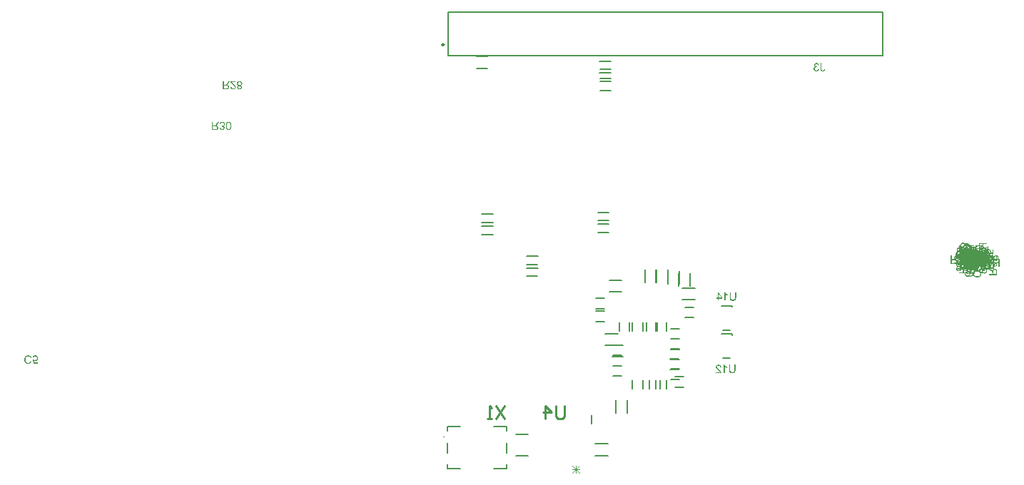
<source format=gbr>
G04*
G04 #@! TF.GenerationSoftware,Altium Limited,Altium Designer,24.1.2 (44)*
G04*
G04 Layer_Color=32896*
%FSLAX25Y25*%
%MOIN*%
G70*
G04*
G04 #@! TF.SameCoordinates,59DD8EBB-DCD7-4209-94D2-A0ED0100978B*
G04*
G04*
G04 #@! TF.FilePolarity,Positive*
G04*
G01*
G75*
%ADD10C,0.00984*%
%ADD11C,0.00787*%
%ADD13C,0.01000*%
%ADD144C,0.00394*%
%ADD145C,0.00300*%
G36*
X239134Y-287723D02*
X239256Y-287746D01*
X239361Y-287779D01*
X239450Y-287812D01*
X239522Y-287846D01*
X239578Y-287879D01*
X239611Y-287901D01*
X239622Y-287907D01*
X239705Y-287984D01*
X239778Y-288068D01*
X239833Y-288156D01*
X239878Y-288245D01*
X239911Y-288323D01*
X239933Y-288384D01*
X239939Y-288406D01*
X239944Y-288423D01*
X239950Y-288434D01*
Y-288439D01*
X240000Y-288345D01*
X240050Y-288267D01*
X240105Y-288201D01*
X240155Y-288145D01*
X240199Y-288101D01*
X240238Y-288068D01*
X240261Y-288051D01*
X240272Y-288045D01*
X240349Y-288001D01*
X240427Y-287968D01*
X240505Y-287940D01*
X240577Y-287923D01*
X240638Y-287912D01*
X240682Y-287907D01*
X240716D01*
X240727D01*
X240821Y-287912D01*
X240915Y-287929D01*
X240999Y-287951D01*
X241071Y-287979D01*
X241132Y-288007D01*
X241182Y-288029D01*
X241210Y-288045D01*
X241221Y-288051D01*
X241304Y-288106D01*
X241376Y-288173D01*
X241437Y-288240D01*
X241493Y-288306D01*
X241531Y-288362D01*
X241565Y-288412D01*
X241581Y-288445D01*
X241587Y-288451D01*
Y-288456D01*
X241594Y-288473D01*
X241639Y-288483D01*
X241705Y-288500D01*
X241766Y-288522D01*
X241822Y-288539D01*
X241866Y-288550D01*
X241899Y-288566D01*
X241927Y-288572D01*
X241944Y-288583D01*
X241949D01*
X242116Y-288666D01*
X242266Y-288761D01*
X242393Y-288861D01*
X242443Y-288910D01*
X242461Y-288926D01*
X244021D01*
Y-289437D01*
X242989D01*
Y-289912D01*
X243036Y-289906D01*
X243158Y-289890D01*
X243275Y-289884D01*
X243325D01*
X243369Y-289878D01*
X244781D01*
X244784Y-289867D01*
Y-288948D01*
X245768D01*
X245806Y-288940D01*
X245850Y-288934D01*
X245883Y-288929D01*
X245911D01*
X245928D01*
X245933D01*
X246066Y-288934D01*
X246143Y-288948D01*
X246315D01*
Y-287986D01*
X250155D01*
Y-288496D01*
X248451D01*
Y-288948D01*
X248625D01*
Y-289459D01*
X248504D01*
X248518Y-289490D01*
X248534Y-289523D01*
X248551Y-289557D01*
X248562Y-289579D01*
X248568Y-289590D01*
X248573Y-289595D01*
X248607Y-289640D01*
X248645Y-289684D01*
X248729Y-289768D01*
X248768Y-289806D01*
X248801Y-289834D01*
X248823Y-289851D01*
X248829Y-289856D01*
X248906Y-289912D01*
X248990Y-289973D01*
X248995Y-289977D01*
X250222D01*
Y-290282D01*
X250127Y-290338D01*
X250039Y-290399D01*
X249950Y-290471D01*
X249872Y-290537D01*
X249865Y-290544D01*
X250155Y-290728D01*
Y-290958D01*
X250203Y-290938D01*
X250353Y-290882D01*
X250443Y-290862D01*
Y-289257D01*
X250914D01*
Y-290817D01*
X250996Y-290827D01*
X251091Y-290844D01*
X251174Y-290866D01*
X251252Y-290893D01*
X251329Y-290921D01*
X251396Y-290954D01*
X251457Y-290982D01*
X251512Y-291016D01*
X251562Y-291049D01*
X251601Y-291077D01*
X251640Y-291104D01*
X251668Y-291126D01*
X251684Y-291143D01*
X251696Y-291154D01*
X251701Y-291160D01*
X251762Y-291226D01*
X251818Y-291293D01*
X251862Y-291365D01*
X251901Y-291437D01*
X251940Y-291510D01*
X251968Y-291582D01*
X252006Y-291715D01*
X252023Y-291776D01*
X252034Y-291831D01*
X252040Y-291881D01*
X252045Y-291926D01*
X252051Y-291959D01*
Y-292081D01*
X252040Y-292148D01*
X252020Y-292241D01*
X252841D01*
Y-292249D01*
X252844D01*
Y-290993D01*
X253294D01*
Y-292902D01*
X252852Y-292986D01*
Y-293883D01*
X252883Y-293863D01*
X252906Y-293841D01*
X252917Y-293829D01*
X252922Y-293824D01*
X253294D01*
Y-294264D01*
X253314Y-294296D01*
X253347Y-294247D01*
X253369Y-294208D01*
X253385Y-294186D01*
X253397Y-294169D01*
X253402Y-294163D01*
X253474Y-294086D01*
X253552Y-294019D01*
X253630Y-293964D01*
X253707Y-293914D01*
X253791Y-293869D01*
X253868Y-293836D01*
X253946Y-293808D01*
X254024Y-293786D01*
X254090Y-293770D01*
X254157Y-293753D01*
X254212Y-293742D01*
X254262Y-293736D01*
X254307D01*
X254335Y-293731D01*
X254362D01*
X254490Y-293736D01*
X254607Y-293758D01*
X254712Y-293780D01*
X254806Y-293814D01*
X254878Y-293842D01*
X254934Y-293869D01*
X254956Y-293875D01*
X254973Y-293886D01*
X254978Y-293892D01*
X254984D01*
X255078Y-293958D01*
X255167Y-294036D01*
X255239Y-294113D01*
X255300Y-294191D01*
X255350Y-294263D01*
X255383Y-294319D01*
X255395Y-294341D01*
X255406Y-294358D01*
X255411Y-294363D01*
Y-294369D01*
X255467Y-294485D01*
X255506Y-294607D01*
X255533Y-294719D01*
X255550Y-294824D01*
X255567Y-294913D01*
Y-294946D01*
X255572Y-294979D01*
Y-295007D01*
Y-295024D01*
Y-295035D01*
Y-295040D01*
X255567Y-295140D01*
X255556Y-295235D01*
X255539Y-295329D01*
X255529Y-295381D01*
X255980D01*
Y-299221D01*
X255470D01*
Y-297517D01*
X254975D01*
X254917Y-297549D01*
X254795Y-297593D01*
X254756Y-297603D01*
Y-298836D01*
X253344Y-299102D01*
Y-299987D01*
X253407Y-299963D01*
X253518Y-299930D01*
X253613Y-299908D01*
X253652Y-299902D01*
X253691D01*
X253718Y-299897D01*
X253740D01*
X253751D01*
X253757D01*
X253874Y-299902D01*
X253979Y-299919D01*
X254079Y-299946D01*
X254162Y-299974D01*
X254234Y-300008D01*
X254290Y-300030D01*
X254323Y-300052D01*
X254329Y-300058D01*
X254334D01*
X254423Y-300124D01*
X254501Y-300191D01*
X254567Y-300263D01*
X254617Y-300329D01*
X254656Y-300391D01*
X254678Y-300441D01*
X254695Y-300474D01*
X254701Y-300479D01*
Y-300485D01*
X254717Y-300535D01*
X254734Y-300596D01*
X254762Y-300718D01*
X254778Y-300851D01*
X254795Y-300973D01*
X254801Y-301090D01*
Y-301140D01*
X254806Y-301184D01*
Y-302966D01*
X250965D01*
Y-302455D01*
X252669D01*
Y-301800D01*
X252664Y-301739D01*
Y-301695D01*
X252658Y-301656D01*
X252653Y-301628D01*
Y-301606D01*
X252647Y-301595D01*
Y-301589D01*
X252619Y-301501D01*
X252603Y-301462D01*
X252586Y-301428D01*
X252569Y-301395D01*
X252558Y-301373D01*
X252553Y-301362D01*
X252547Y-301356D01*
X252514Y-301312D01*
X252475Y-301267D01*
X252392Y-301184D01*
X252353Y-301145D01*
X252320Y-301117D01*
X252297Y-301101D01*
X252292Y-301095D01*
X252214Y-301040D01*
X252131Y-300979D01*
X252042Y-300918D01*
X251959Y-300857D01*
X251881Y-300807D01*
X251820Y-300768D01*
X251798Y-300751D01*
X251781Y-300740D01*
X251770Y-300729D01*
X251765D01*
X250965Y-300224D01*
Y-300092D01*
X250938Y-300113D01*
X250866Y-300163D01*
X250810Y-300196D01*
X250788Y-300207D01*
X250771Y-300219D01*
X250766Y-300224D01*
X250760D01*
X250644Y-300280D01*
X250522Y-300318D01*
X250411Y-300346D01*
X250305Y-300363D01*
X250217Y-300379D01*
X250183D01*
X250150Y-300385D01*
X250122D01*
X250106D01*
X250098D01*
X250111Y-300418D01*
X250138Y-300496D01*
X250177Y-300646D01*
X250194Y-300712D01*
X250205Y-300774D01*
X250211Y-300829D01*
X250216Y-300879D01*
X250222Y-300918D01*
Y-300973D01*
X250216Y-301079D01*
X250205Y-301173D01*
X250188Y-301268D01*
X250172Y-301356D01*
X250144Y-301434D01*
X250116Y-301512D01*
X250089Y-301584D01*
X250055Y-301645D01*
X250022Y-301700D01*
X249994Y-301750D01*
X249966Y-301789D01*
X249939Y-301828D01*
X249922Y-301856D01*
X249905Y-301872D01*
X249894Y-301884D01*
X249889Y-301889D01*
X249822Y-301950D01*
X249756Y-302006D01*
X249689Y-302050D01*
X249617Y-302089D01*
X249550Y-302128D01*
X249478Y-302155D01*
X249350Y-302194D01*
X249289Y-302211D01*
X249234Y-302222D01*
X249184Y-302228D01*
X249145Y-302233D01*
X249112Y-302239D01*
X249084D01*
X249067D01*
X249062D01*
X248934Y-302233D01*
X248817Y-302211D01*
X248712Y-302178D01*
X248623Y-302144D01*
X248551Y-302111D01*
X248496Y-302078D01*
X248462Y-302056D01*
X248457Y-302050D01*
X248451D01*
X248362Y-301972D01*
X248285Y-301889D01*
X248224Y-301800D01*
X248168Y-301717D01*
X248129Y-301639D01*
X248102Y-301573D01*
X248091Y-301551D01*
X248085Y-301534D01*
X248079Y-301523D01*
Y-301517D01*
X248035Y-301617D01*
X247985Y-301700D01*
X247935Y-301773D01*
X247885Y-301834D01*
X247841Y-301878D01*
X247808Y-301911D01*
X247785Y-301934D01*
X247774Y-301939D01*
X247696Y-301989D01*
X247619Y-302022D01*
X247541Y-302050D01*
X247509Y-302057D01*
X247511Y-302079D01*
X247516Y-302129D01*
X247522Y-302168D01*
Y-302223D01*
X247511Y-302406D01*
X247483Y-302584D01*
X247449Y-302739D01*
X247427Y-302811D01*
X247405Y-302878D01*
X247383Y-302939D01*
X247361Y-302994D01*
X247344Y-303039D01*
X247327Y-303083D01*
X247311Y-303111D01*
X247300Y-303133D01*
X247294Y-303150D01*
X247288Y-303155D01*
X247194Y-303305D01*
X247083Y-303433D01*
X246972Y-303544D01*
X246861Y-303638D01*
X246761Y-303710D01*
X246717Y-303738D01*
X246678Y-303760D01*
X246650Y-303783D01*
X246628Y-303794D01*
X246611Y-303799D01*
X246606Y-303805D01*
X246434Y-303883D01*
X246256Y-303938D01*
X246079Y-303977D01*
X245918Y-304005D01*
X245846Y-304016D01*
X245773Y-304021D01*
X245718Y-304027D01*
X245662D01*
X245623Y-304032D01*
X245590D01*
X245568D01*
X245563D01*
X245363Y-304021D01*
X245168Y-303999D01*
X244996Y-303971D01*
X244913Y-303949D01*
X244841Y-303932D01*
X244774Y-303916D01*
X244713Y-303894D01*
X244658Y-303877D01*
X244613Y-303866D01*
X244580Y-303849D01*
X244552Y-303844D01*
X244536Y-303833D01*
X244530D01*
X244364Y-303749D01*
X244214Y-303655D01*
X244086Y-303555D01*
X244036Y-303505D01*
X243986Y-303461D01*
X243942Y-303416D01*
X243903Y-303372D01*
X243870Y-303333D01*
X243847Y-303300D01*
X243825Y-303277D01*
X243809Y-303255D01*
X243803Y-303244D01*
X243798Y-303239D01*
X243753Y-303161D01*
X243714Y-303083D01*
X243653Y-302917D01*
X243647Y-302893D01*
X243634Y-302927D01*
X243612Y-302971D01*
X243590Y-303005D01*
X243573Y-303038D01*
X243562Y-303060D01*
X243551Y-303077D01*
X243540Y-303088D01*
Y-303093D01*
X243445Y-303204D01*
X243340Y-303304D01*
X243229Y-303382D01*
X243124Y-303449D01*
X243029Y-303504D01*
X242985Y-303526D01*
X242951Y-303543D01*
X242918Y-303554D01*
X242896Y-303565D01*
X242885Y-303571D01*
X242879D01*
X242796Y-303598D01*
X242702Y-303626D01*
X242513Y-303665D01*
X242313Y-303693D01*
X242125Y-303709D01*
X242041Y-303720D01*
X241958Y-303726D01*
X241886D01*
X241825Y-303732D01*
X241775D01*
X241736D01*
X241708D01*
X241703D01*
X241575D01*
X241453Y-303726D01*
X241342Y-303715D01*
X241237Y-303704D01*
X241142Y-303693D01*
X241053Y-303682D01*
X240970Y-303665D01*
X240898Y-303648D01*
X240837Y-303632D01*
X240781Y-303621D01*
X240732Y-303604D01*
X240693Y-303593D01*
X240665Y-303582D01*
X240643Y-303571D01*
X240632Y-303565D01*
X240626D01*
X240493Y-303499D01*
X240376Y-303426D01*
X240276Y-303343D01*
X240193Y-303271D01*
X240132Y-303199D01*
X240088Y-303143D01*
X240071Y-303121D01*
X240060Y-303104D01*
X240049Y-303099D01*
Y-303093D01*
X239982Y-302977D01*
X239932Y-302860D01*
X239894Y-302744D01*
X239871Y-302638D01*
X239855Y-302544D01*
X239849Y-302505D01*
Y-302477D01*
X239844Y-302450D01*
Y-302411D01*
X239849Y-302316D01*
X239860Y-302228D01*
X239864Y-302205D01*
X237216D01*
Y-301695D01*
X238919D01*
Y-301040D01*
X238914Y-300979D01*
Y-300935D01*
X238908Y-300896D01*
X238903Y-300868D01*
Y-300846D01*
X238897Y-300835D01*
Y-300829D01*
X238870Y-300740D01*
X238853Y-300701D01*
X238836Y-300668D01*
X238820Y-300635D01*
X238808Y-300613D01*
X238803Y-300602D01*
X238797Y-300596D01*
X238764Y-300552D01*
X238725Y-300507D01*
X238642Y-300424D01*
X238603Y-300385D01*
X238570Y-300357D01*
X238548Y-300341D01*
X238542Y-300335D01*
X238495Y-300302D01*
X238116D01*
X238062Y-300438D01*
X238034Y-300504D01*
X238001Y-300560D01*
X237968Y-300615D01*
X237940Y-300660D01*
X237907Y-300698D01*
X237884Y-300732D01*
X237862Y-300760D01*
X237845Y-300776D01*
X237834Y-300787D01*
X237829Y-300793D01*
X237762Y-300854D01*
X237690Y-300904D01*
X237612Y-300948D01*
X237535Y-300987D01*
X237463Y-301015D01*
X237385Y-301043D01*
X237235Y-301081D01*
X237168Y-301098D01*
X237107Y-301109D01*
X237052Y-301115D01*
X237002Y-301120D01*
X236963Y-301126D01*
X236908D01*
X236802Y-301120D01*
X236708Y-301109D01*
X236613Y-301093D01*
X236525Y-301076D01*
X236447Y-301048D01*
X236369Y-301020D01*
X236297Y-300993D01*
X236236Y-300959D01*
X236180Y-300926D01*
X236131Y-300898D01*
X236092Y-300871D01*
X236053Y-300843D01*
X236025Y-300826D01*
X236009Y-300810D01*
X235997Y-300798D01*
X235992Y-300793D01*
X235931Y-300726D01*
X235875Y-300660D01*
X235831Y-300593D01*
X235792Y-300521D01*
X235753Y-300454D01*
X235725Y-300382D01*
X235687Y-300255D01*
X235670Y-300194D01*
X235659Y-300138D01*
X235653Y-300088D01*
X235648Y-300049D01*
X235642Y-300016D01*
Y-299988D01*
Y-299972D01*
Y-299966D01*
X235648Y-299838D01*
X235670Y-299722D01*
X235703Y-299616D01*
X235736Y-299528D01*
X235770Y-299455D01*
X235803Y-299400D01*
X235825Y-299366D01*
X235831Y-299361D01*
Y-299355D01*
X235909Y-299267D01*
X235992Y-299189D01*
X236081Y-299128D01*
X236164Y-299072D01*
X236242Y-299033D01*
X236308Y-299006D01*
X236330Y-298995D01*
X236347Y-298989D01*
X236358Y-298984D01*
X236364D01*
X236264Y-298939D01*
X236180Y-298889D01*
X236108Y-298839D01*
X236047Y-298789D01*
X236003Y-298745D01*
X235970Y-298712D01*
X235947Y-298689D01*
X235942Y-298678D01*
X235892Y-298601D01*
X235859Y-298523D01*
X235831Y-298445D01*
X235814Y-298368D01*
X235803Y-298306D01*
X235798Y-298256D01*
Y-298223D01*
Y-298218D01*
Y-298212D01*
X235803Y-298134D01*
X235809Y-298062D01*
X235847Y-297923D01*
X235897Y-297801D01*
X235953Y-297696D01*
X235986Y-297646D01*
X235384D01*
X235282Y-297660D01*
X235166Y-297666D01*
X235116D01*
X235071Y-297671D01*
X233290D01*
Y-293830D01*
X233801D01*
Y-295534D01*
X234455D01*
X234517Y-295529D01*
X234561D01*
X234600Y-295523D01*
X234628Y-295518D01*
X234650D01*
X234661Y-295512D01*
X234666D01*
X234755Y-295484D01*
X234793Y-295468D01*
Y-295076D01*
X234801D01*
X234798Y-295065D01*
X234787Y-294999D01*
X234782Y-294938D01*
X234776Y-294893D01*
Y-294866D01*
Y-294854D01*
X234782Y-294771D01*
X234793Y-294693D01*
X234804Y-294616D01*
X234826Y-294549D01*
X234881Y-294416D01*
X234937Y-294311D01*
X234970Y-294261D01*
X234998Y-294222D01*
X235026Y-294183D01*
X235053Y-294155D01*
X235076Y-294133D01*
X235087Y-294111D01*
X235098Y-294105D01*
X235104Y-294100D01*
X235164Y-294044D01*
X235231Y-293994D01*
X235303Y-293955D01*
X235314Y-293950D01*
Y-292590D01*
X235697D01*
X236012Y-293034D01*
X236011Y-293029D01*
X236006Y-292985D01*
X236000Y-292946D01*
Y-292918D01*
Y-292902D01*
Y-292896D01*
X236000Y-292892D01*
X235980Y-292848D01*
X235958Y-292776D01*
X235936Y-292709D01*
X235919Y-292643D01*
X235908Y-292582D01*
X235897Y-292526D01*
X235892Y-292482D01*
X235886Y-292443D01*
Y-292388D01*
X235897Y-292238D01*
X235919Y-292099D01*
X235958Y-291982D01*
X235971Y-291949D01*
Y-291904D01*
X235965Y-291843D01*
Y-291793D01*
Y-291754D01*
Y-291727D01*
Y-291721D01*
Y-291593D01*
X235971Y-291471D01*
X235982Y-291360D01*
X235993Y-291255D01*
X236004Y-291160D01*
X236015Y-291072D01*
X236032Y-290988D01*
X236049Y-290916D01*
X236065Y-290855D01*
X236076Y-290800D01*
X236093Y-290750D01*
X236104Y-290711D01*
X236115Y-290683D01*
X236126Y-290661D01*
X236132Y-290650D01*
Y-290644D01*
X236183Y-290542D01*
Y-290404D01*
X236265D01*
X236271Y-290395D01*
X236354Y-290295D01*
X236426Y-290211D01*
X236498Y-290150D01*
X236554Y-290106D01*
X236576Y-290089D01*
X236593Y-290078D01*
X236598Y-290067D01*
X236604D01*
X236720Y-290001D01*
X236837Y-289951D01*
X236953Y-289912D01*
X237059Y-289890D01*
X237153Y-289873D01*
X237192Y-289867D01*
X237216D01*
Y-288948D01*
X237671D01*
Y-289931D01*
X237786Y-289978D01*
X237852Y-290006D01*
X237908Y-290039D01*
X237964Y-290078D01*
X238008Y-290106D01*
X238052Y-290139D01*
X238086Y-290167D01*
X238113Y-290189D01*
X238130Y-290206D01*
X238141Y-290217D01*
X238147Y-290223D01*
X238208Y-290289D01*
X238221Y-290311D01*
X238287Y-290230D01*
X238320Y-290191D01*
X238353Y-290158D01*
X238376Y-290130D01*
X238392Y-290108D01*
X238403Y-290097D01*
X238409Y-290091D01*
X238413Y-290087D01*
X238368Y-290060D01*
X238313Y-290027D01*
X238263Y-289994D01*
X238224Y-289960D01*
X238185Y-289932D01*
X238157Y-289905D01*
X238135Y-289888D01*
X238118Y-289871D01*
X238107Y-289860D01*
X238102Y-289855D01*
X238052Y-289788D01*
X238002Y-289721D01*
X237963Y-289655D01*
X237930Y-289583D01*
X237874Y-289444D01*
X237841Y-289311D01*
X237830Y-289250D01*
X237819Y-289194D01*
X237813Y-289144D01*
X237807Y-289100D01*
X237802Y-289067D01*
Y-289017D01*
X237807Y-288911D01*
X237819Y-288817D01*
X237835Y-288722D01*
X237857Y-288634D01*
X237885Y-288550D01*
X237913Y-288478D01*
X237946Y-288406D01*
X237980Y-288345D01*
X238007Y-288284D01*
X238040Y-288234D01*
X238068Y-288190D01*
X238096Y-288156D01*
X238118Y-288129D01*
X238135Y-288106D01*
X238146Y-288095D01*
X238152Y-288090D01*
X238218Y-288023D01*
X238290Y-287968D01*
X238362Y-287918D01*
X238435Y-287873D01*
X238501Y-287840D01*
X238573Y-287807D01*
X238706Y-287762D01*
X238768Y-287751D01*
X238823Y-287740D01*
X238873Y-287729D01*
X238917Y-287723D01*
X238951Y-287718D01*
X238979D01*
X238995D01*
X239001D01*
X239134Y-287723D01*
D02*
G37*
G36*
X170698Y-203829D02*
X170848Y-203856D01*
X170976Y-203901D01*
X171087Y-203945D01*
X171137Y-203973D01*
X171176Y-203995D01*
X171214Y-204017D01*
X171242Y-204039D01*
X171264Y-204056D01*
X171281Y-204067D01*
X171292Y-204073D01*
X171298Y-204078D01*
X171403Y-204184D01*
X171486Y-204300D01*
X171553Y-204422D01*
X171608Y-204544D01*
X171642Y-204650D01*
X171658Y-204694D01*
X171669Y-204733D01*
X171675Y-204766D01*
X171680Y-204789D01*
X171686Y-204805D01*
Y-204811D01*
X171214Y-204894D01*
X171192Y-204772D01*
X171159Y-204666D01*
X171120Y-204578D01*
X171081Y-204506D01*
X171042Y-204450D01*
X171009Y-204411D01*
X170987Y-204383D01*
X170981Y-204378D01*
X170909Y-204322D01*
X170831Y-204278D01*
X170759Y-204250D01*
X170687Y-204228D01*
X170621Y-204217D01*
X170571Y-204206D01*
X170526D01*
X170426Y-204211D01*
X170337Y-204234D01*
X170260Y-204261D01*
X170193Y-204289D01*
X170143Y-204322D01*
X170104Y-204350D01*
X170077Y-204372D01*
X170071Y-204378D01*
X170010Y-204445D01*
X169966Y-204517D01*
X169938Y-204589D01*
X169916Y-204655D01*
X169904Y-204716D01*
X169893Y-204761D01*
Y-204794D01*
Y-204800D01*
Y-204805D01*
Y-204866D01*
X169904Y-204922D01*
X169932Y-205016D01*
X169971Y-205099D01*
X170016Y-205172D01*
X170060Y-205222D01*
X170099Y-205260D01*
X170126Y-205283D01*
X170132Y-205288D01*
X170138D01*
X170232Y-205338D01*
X170321Y-205377D01*
X170415Y-205405D01*
X170498Y-205421D01*
X170571Y-205432D01*
X170632Y-205444D01*
X170704D01*
X170726Y-205438D01*
X170754D01*
X170809Y-205854D01*
X170737Y-205838D01*
X170670Y-205826D01*
X170615Y-205815D01*
X170565Y-205810D01*
X170526Y-205804D01*
X170476D01*
X170360Y-205815D01*
X170254Y-205838D01*
X170160Y-205871D01*
X170082Y-205910D01*
X170021Y-205949D01*
X169977Y-205982D01*
X169949Y-206004D01*
X169938Y-206015D01*
X169866Y-206098D01*
X169810Y-206187D01*
X169771Y-206276D01*
X169749Y-206365D01*
X169732Y-206437D01*
X169727Y-206498D01*
X169721Y-206520D01*
Y-206537D01*
Y-206548D01*
Y-206554D01*
X169732Y-206676D01*
X169760Y-206787D01*
X169793Y-206881D01*
X169838Y-206964D01*
X169882Y-207031D01*
X169916Y-207081D01*
X169943Y-207114D01*
X169955Y-207125D01*
X170043Y-207203D01*
X170138Y-207258D01*
X170232Y-207297D01*
X170321Y-207325D01*
X170398Y-207342D01*
X170459Y-207347D01*
X170482Y-207353D01*
X170515D01*
X170615Y-207347D01*
X170709Y-207325D01*
X170792Y-207297D01*
X170859Y-207264D01*
X170915Y-207236D01*
X170959Y-207208D01*
X170981Y-207186D01*
X170992Y-207181D01*
X171059Y-207103D01*
X171114Y-207014D01*
X171164Y-206920D01*
X171203Y-206820D01*
X171231Y-206737D01*
X171242Y-206698D01*
X171248Y-206664D01*
X171253Y-206637D01*
X171259Y-206615D01*
X171264Y-206604D01*
Y-206598D01*
X171736Y-206659D01*
X171725Y-206748D01*
X171708Y-206831D01*
X171658Y-206986D01*
X171597Y-207120D01*
X171564Y-207175D01*
X171531Y-207231D01*
X171497Y-207281D01*
X171464Y-207319D01*
X171436Y-207358D01*
X171409Y-207386D01*
X171392Y-207408D01*
X171375Y-207425D01*
X171364Y-207436D01*
X171359Y-207441D01*
X171292Y-207491D01*
X171225Y-207541D01*
X171159Y-207580D01*
X171087Y-207614D01*
X170948Y-207669D01*
X170815Y-207702D01*
X170754Y-207714D01*
X170698Y-207725D01*
X170648Y-207730D01*
X170604Y-207736D01*
X170571Y-207741D01*
X170521D01*
X170415Y-207736D01*
X170321Y-207725D01*
X170226Y-207708D01*
X170138Y-207686D01*
X170054Y-207658D01*
X169982Y-207630D01*
X169910Y-207597D01*
X169849Y-207564D01*
X169788Y-207536D01*
X169738Y-207503D01*
X169694Y-207475D01*
X169660Y-207447D01*
X169633Y-207425D01*
X169610Y-207408D01*
X169599Y-207397D01*
X169594Y-207392D01*
X169527Y-207325D01*
X169472Y-207253D01*
X169422Y-207181D01*
X169377Y-207108D01*
X169344Y-207042D01*
X169311Y-206970D01*
X169266Y-206837D01*
X169255Y-206775D01*
X169244Y-206720D01*
X169233Y-206670D01*
X169227Y-206626D01*
X169222Y-206592D01*
Y-206565D01*
Y-206548D01*
Y-206542D01*
X169227Y-206409D01*
X169250Y-206287D01*
X169283Y-206182D01*
X169316Y-206093D01*
X169350Y-206021D01*
X169383Y-205965D01*
X169405Y-205932D01*
X169411Y-205921D01*
X169488Y-205838D01*
X169571Y-205765D01*
X169660Y-205710D01*
X169749Y-205665D01*
X169827Y-205632D01*
X169888Y-205610D01*
X169910Y-205605D01*
X169927Y-205599D01*
X169938Y-205593D01*
X169943D01*
X169849Y-205543D01*
X169771Y-205493D01*
X169705Y-205438D01*
X169649Y-205388D01*
X169605Y-205344D01*
X169571Y-205305D01*
X169555Y-205283D01*
X169549Y-205272D01*
X169505Y-205194D01*
X169472Y-205116D01*
X169444Y-205038D01*
X169427Y-204966D01*
X169416Y-204905D01*
X169411Y-204861D01*
Y-204827D01*
Y-204816D01*
X169416Y-204722D01*
X169433Y-204628D01*
X169455Y-204544D01*
X169483Y-204472D01*
X169510Y-204411D01*
X169533Y-204361D01*
X169549Y-204333D01*
X169555Y-204322D01*
X169610Y-204239D01*
X169677Y-204167D01*
X169744Y-204106D01*
X169810Y-204050D01*
X169866Y-204012D01*
X169916Y-203978D01*
X169949Y-203962D01*
X169955Y-203956D01*
X169960D01*
X170060Y-203912D01*
X170160Y-203878D01*
X170260Y-203851D01*
X170349Y-203834D01*
X170421Y-203823D01*
X170482Y-203817D01*
X170621D01*
X170698Y-203829D01*
D02*
G37*
G36*
X172890Y-206481D02*
Y-206598D01*
X172901Y-206698D01*
X172907Y-206781D01*
X172918Y-206848D01*
X172929Y-206898D01*
X172935Y-206937D01*
X172946Y-206959D01*
Y-206964D01*
X172968Y-207020D01*
X172996Y-207064D01*
X173029Y-207103D01*
X173057Y-207142D01*
X173090Y-207164D01*
X173112Y-207186D01*
X173129Y-207197D01*
X173135Y-207203D01*
X173190Y-207231D01*
X173246Y-207253D01*
X173301Y-207264D01*
X173351Y-207275D01*
X173401Y-207281D01*
X173434Y-207286D01*
X173468D01*
X173556Y-207281D01*
X173640Y-207258D01*
X173706Y-207236D01*
X173767Y-207203D01*
X173812Y-207175D01*
X173845Y-207147D01*
X173867Y-207131D01*
X173873Y-207125D01*
X173900Y-207092D01*
X173923Y-207053D01*
X173956Y-206964D01*
X173989Y-206864D01*
X174006Y-206764D01*
X174023Y-206670D01*
Y-206631D01*
X174028Y-206598D01*
X174034Y-206565D01*
Y-206542D01*
Y-206531D01*
Y-206526D01*
X174494Y-206592D01*
Y-206698D01*
X174489Y-206792D01*
X174472Y-206887D01*
X174461Y-206970D01*
X174439Y-207048D01*
X174417Y-207114D01*
X174395Y-207181D01*
X174372Y-207236D01*
X174345Y-207286D01*
X174322Y-207330D01*
X174300Y-207369D01*
X174278Y-207397D01*
X174261Y-207419D01*
X174250Y-207441D01*
X174245Y-207447D01*
X174239Y-207453D01*
X174184Y-207503D01*
X174128Y-207547D01*
X174067Y-207586D01*
X174000Y-207619D01*
X173873Y-207669D01*
X173751Y-207702D01*
X173634Y-207725D01*
X173590Y-207730D01*
X173545Y-207736D01*
X173512Y-207741D01*
X173462D01*
X173340Y-207736D01*
X173229Y-207719D01*
X173129Y-207697D01*
X173040Y-207669D01*
X172968Y-207647D01*
X172918Y-207625D01*
X172885Y-207608D01*
X172874Y-207603D01*
X172785Y-207547D01*
X172707Y-207480D01*
X172646Y-207414D01*
X172591Y-207353D01*
X172552Y-207292D01*
X172524Y-207247D01*
X172508Y-207214D01*
X172502Y-207208D01*
Y-207203D01*
X172463Y-207092D01*
X172430Y-206975D01*
X172408Y-206848D01*
X172397Y-206726D01*
X172385Y-206620D01*
Y-206576D01*
X172380Y-206531D01*
Y-206498D01*
Y-206476D01*
Y-206459D01*
Y-206454D01*
Y-203834D01*
X172890D01*
Y-206481D01*
D02*
G37*
G36*
X127910Y-311123D02*
X127971Y-311212D01*
X128043Y-311300D01*
X128110Y-311378D01*
X128176Y-311445D01*
X128226Y-311500D01*
X128248Y-311517D01*
X128265Y-311533D01*
X128271Y-311539D01*
X128276Y-311545D01*
X128393Y-311639D01*
X128509Y-311728D01*
X128620Y-311806D01*
X128731Y-311866D01*
X128826Y-311922D01*
X128865Y-311944D01*
X128898Y-311961D01*
X128926Y-311978D01*
X128948Y-311983D01*
X128959Y-311994D01*
X128964D01*
Y-312449D01*
X128881Y-312416D01*
X128798Y-312377D01*
X128715Y-312338D01*
X128637Y-312299D01*
X128570Y-312266D01*
X128515Y-312238D01*
X128481Y-312216D01*
X128476Y-312211D01*
X128470D01*
X128370Y-312150D01*
X128282Y-312088D01*
X128204Y-312033D01*
X128143Y-311983D01*
X128087Y-311944D01*
X128054Y-311911D01*
X128026Y-311889D01*
X128021Y-311883D01*
Y-314886D01*
X127549D01*
Y-311029D01*
X127854D01*
X127910Y-311123D01*
D02*
G37*
G36*
X132999Y-313265D02*
Y-313376D01*
X132994Y-313482D01*
X132988Y-313581D01*
X132977Y-313676D01*
X132966Y-313759D01*
X132955Y-313837D01*
X132938Y-313909D01*
X132927Y-313976D01*
X132916Y-314037D01*
X132899Y-314087D01*
X132888Y-314131D01*
X132877Y-314164D01*
X132866Y-314192D01*
X132861Y-314214D01*
X132855Y-314225D01*
Y-314231D01*
X132794Y-314353D01*
X132716Y-314464D01*
X132639Y-314553D01*
X132555Y-314630D01*
X132483Y-314691D01*
X132422Y-314736D01*
X132400Y-314747D01*
X132383Y-314758D01*
X132372Y-314769D01*
X132367D01*
X132228Y-314830D01*
X132083Y-314875D01*
X131934Y-314908D01*
X131795Y-314930D01*
X131734Y-314936D01*
X131673Y-314941D01*
X131617Y-314947D01*
X131573D01*
X131534Y-314952D01*
X131484D01*
X131284Y-314941D01*
X131195Y-314930D01*
X131112Y-314919D01*
X131029Y-314902D01*
X130957Y-314886D01*
X130890Y-314869D01*
X130829Y-314847D01*
X130774Y-314825D01*
X130729Y-314808D01*
X130685Y-314791D01*
X130652Y-314775D01*
X130624Y-314758D01*
X130607Y-314753D01*
X130596Y-314741D01*
X130590D01*
X130468Y-314658D01*
X130368Y-314564D01*
X130291Y-314475D01*
X130224Y-314386D01*
X130174Y-314309D01*
X130141Y-314247D01*
X130130Y-314225D01*
X130119Y-314209D01*
X130113Y-314197D01*
Y-314192D01*
X130091Y-314125D01*
X130069Y-314053D01*
X130035Y-313903D01*
X130013Y-313748D01*
X129997Y-313598D01*
X129991Y-313531D01*
X129986Y-313465D01*
Y-313409D01*
X129980Y-313359D01*
Y-313321D01*
Y-313293D01*
Y-313271D01*
Y-313265D01*
Y-311045D01*
X130491D01*
Y-313265D01*
Y-313393D01*
X130502Y-313515D01*
X130513Y-313620D01*
X130529Y-313720D01*
X130546Y-313809D01*
X130568Y-313892D01*
X130585Y-313964D01*
X130607Y-314025D01*
X130629Y-314075D01*
X130652Y-314125D01*
X130674Y-314159D01*
X130690Y-314192D01*
X130707Y-314214D01*
X130718Y-314231D01*
X130724Y-314236D01*
X130729Y-314242D01*
X130779Y-314286D01*
X130835Y-314325D01*
X130957Y-314386D01*
X131085Y-314431D01*
X131218Y-314458D01*
X131340Y-314481D01*
X131390Y-314486D01*
X131440D01*
X131473Y-314492D01*
X131528D01*
X131645Y-314486D01*
X131751Y-314470D01*
X131850Y-314453D01*
X131928Y-314425D01*
X131995Y-314403D01*
X132045Y-314386D01*
X132072Y-314370D01*
X132083Y-314364D01*
X132161Y-314314D01*
X132228Y-314253D01*
X132283Y-314192D01*
X132322Y-314137D01*
X132355Y-314081D01*
X132383Y-314042D01*
X132394Y-314014D01*
X132400Y-314003D01*
X132416Y-313953D01*
X132428Y-313903D01*
X132450Y-313787D01*
X132466Y-313665D01*
X132477Y-313543D01*
X132483Y-313437D01*
Y-313387D01*
X132489Y-313348D01*
Y-313315D01*
Y-313287D01*
Y-313271D01*
Y-313265D01*
Y-311045D01*
X132999D01*
Y-313265D01*
D02*
G37*
G36*
X126500Y-313531D02*
Y-313964D01*
X124830D01*
Y-314886D01*
X124358D01*
Y-313964D01*
X123836D01*
Y-313531D01*
X124358D01*
Y-311045D01*
X124741D01*
X126500Y-313531D01*
D02*
G37*
G36*
X124856Y-344864D02*
X124950Y-344869D01*
X125039Y-344886D01*
X125122Y-344902D01*
X125200Y-344925D01*
X125272Y-344947D01*
X125338Y-344975D01*
X125399Y-345002D01*
X125455Y-345030D01*
X125499Y-345058D01*
X125538Y-345080D01*
X125572Y-345102D01*
X125599Y-345119D01*
X125616Y-345136D01*
X125627Y-345141D01*
X125633Y-345147D01*
X125688Y-345202D01*
X125738Y-345263D01*
X125788Y-345330D01*
X125827Y-345396D01*
X125893Y-345530D01*
X125938Y-345663D01*
X125954Y-345724D01*
X125971Y-345785D01*
X125982Y-345835D01*
X125993Y-345879D01*
X125999Y-345918D01*
Y-345946D01*
X126004Y-345963D01*
Y-345968D01*
X125522Y-346018D01*
X125511Y-345890D01*
X125488Y-345779D01*
X125455Y-345679D01*
X125416Y-345602D01*
X125383Y-345535D01*
X125349Y-345491D01*
X125327Y-345463D01*
X125316Y-345452D01*
X125233Y-345385D01*
X125144Y-345335D01*
X125050Y-345297D01*
X124967Y-345274D01*
X124889Y-345258D01*
X124822Y-345252D01*
X124800Y-345247D01*
X124767D01*
X124650Y-345252D01*
X124545Y-345274D01*
X124456Y-345308D01*
X124378Y-345341D01*
X124317Y-345380D01*
X124278Y-345408D01*
X124251Y-345430D01*
X124240Y-345441D01*
X124173Y-345518D01*
X124123Y-345596D01*
X124084Y-345674D01*
X124062Y-345752D01*
X124045Y-345813D01*
X124040Y-345868D01*
X124034Y-345901D01*
Y-345907D01*
Y-345913D01*
X124045Y-346012D01*
X124067Y-346118D01*
X124106Y-346212D01*
X124145Y-346301D01*
X124190Y-346373D01*
X124228Y-346434D01*
X124240Y-346457D01*
X124251Y-346473D01*
X124262Y-346479D01*
Y-346484D01*
X124306Y-346545D01*
X124362Y-346606D01*
X124423Y-346673D01*
X124489Y-346740D01*
X124628Y-346873D01*
X124767Y-347006D01*
X124839Y-347067D01*
X124900Y-347123D01*
X124961Y-347172D01*
X125011Y-347217D01*
X125050Y-347250D01*
X125083Y-347278D01*
X125105Y-347294D01*
X125111Y-347300D01*
X125250Y-347417D01*
X125377Y-347528D01*
X125483Y-347627D01*
X125566Y-347711D01*
X125638Y-347783D01*
X125688Y-347833D01*
X125716Y-347866D01*
X125727Y-347872D01*
Y-347877D01*
X125805Y-347972D01*
X125866Y-348060D01*
X125921Y-348149D01*
X125966Y-348227D01*
X125999Y-348293D01*
X126021Y-348343D01*
X126032Y-348377D01*
X126038Y-348382D01*
Y-348388D01*
X126060Y-348449D01*
X126071Y-348504D01*
X126082Y-348560D01*
X126088Y-348610D01*
X126093Y-348654D01*
Y-348688D01*
Y-348710D01*
Y-348715D01*
X123546D01*
Y-348260D01*
X125438D01*
X125372Y-348166D01*
X125338Y-348127D01*
X125311Y-348088D01*
X125283Y-348055D01*
X125261Y-348033D01*
X125244Y-348016D01*
X125239Y-348010D01*
X125211Y-347983D01*
X125178Y-347955D01*
X125100Y-347883D01*
X125011Y-347800D01*
X124917Y-347716D01*
X124828Y-347644D01*
X124789Y-347611D01*
X124756Y-347578D01*
X124728Y-347555D01*
X124706Y-347539D01*
X124695Y-347528D01*
X124689Y-347522D01*
X124600Y-347444D01*
X124512Y-347372D01*
X124434Y-347300D01*
X124362Y-347239D01*
X124295Y-347178D01*
X124240Y-347123D01*
X124184Y-347073D01*
X124140Y-347028D01*
X124095Y-346984D01*
X124062Y-346950D01*
X124034Y-346923D01*
X124006Y-346895D01*
X123979Y-346862D01*
X123968Y-346850D01*
X123890Y-346756D01*
X123823Y-346673D01*
X123768Y-346590D01*
X123723Y-346523D01*
X123690Y-346462D01*
X123668Y-346418D01*
X123657Y-346390D01*
X123651Y-346379D01*
X123618Y-346295D01*
X123596Y-346212D01*
X123574Y-346135D01*
X123562Y-346068D01*
X123557Y-346007D01*
X123551Y-345963D01*
Y-345935D01*
Y-345924D01*
X123557Y-345840D01*
X123568Y-345763D01*
X123579Y-345685D01*
X123601Y-345618D01*
X123657Y-345485D01*
X123712Y-345380D01*
X123746Y-345330D01*
X123773Y-345291D01*
X123801Y-345252D01*
X123829Y-345224D01*
X123851Y-345202D01*
X123862Y-345180D01*
X123873Y-345174D01*
X123879Y-345169D01*
X123940Y-345113D01*
X124006Y-345063D01*
X124079Y-345025D01*
X124151Y-344991D01*
X124295Y-344936D01*
X124439Y-344897D01*
X124500Y-344886D01*
X124561Y-344875D01*
X124617Y-344869D01*
X124661Y-344864D01*
X124700Y-344858D01*
X124756D01*
X124856Y-344864D01*
D02*
G37*
G36*
X127597Y-344952D02*
X127658Y-345041D01*
X127731Y-345130D01*
X127797Y-345208D01*
X127864Y-345274D01*
X127914Y-345330D01*
X127936Y-345346D01*
X127953Y-345363D01*
X127958Y-345369D01*
X127964Y-345374D01*
X128080Y-345469D01*
X128197Y-345557D01*
X128308Y-345635D01*
X128419Y-345696D01*
X128513Y-345752D01*
X128552Y-345774D01*
X128585Y-345791D01*
X128613Y-345807D01*
X128635Y-345813D01*
X128646Y-345824D01*
X128652D01*
Y-346279D01*
X128568Y-346246D01*
X128485Y-346207D01*
X128402Y-346168D01*
X128324Y-346129D01*
X128258Y-346096D01*
X128202Y-346068D01*
X128169Y-346046D01*
X128163Y-346040D01*
X128158D01*
X128058Y-345979D01*
X127969Y-345918D01*
X127891Y-345863D01*
X127830Y-345813D01*
X127775Y-345774D01*
X127742Y-345741D01*
X127714Y-345718D01*
X127708Y-345713D01*
Y-348715D01*
X127236D01*
Y-344858D01*
X127542D01*
X127597Y-344952D01*
D02*
G37*
G36*
X132687Y-347095D02*
Y-347206D01*
X132681Y-347311D01*
X132676Y-347411D01*
X132664Y-347505D01*
X132653Y-347589D01*
X132642Y-347666D01*
X132626Y-347739D01*
X132615Y-347805D01*
X132603Y-347866D01*
X132587Y-347916D01*
X132576Y-347960D01*
X132564Y-347994D01*
X132553Y-348022D01*
X132548Y-348044D01*
X132542Y-348055D01*
Y-348060D01*
X132481Y-348183D01*
X132404Y-348293D01*
X132326Y-348382D01*
X132243Y-348460D01*
X132170Y-348521D01*
X132109Y-348566D01*
X132087Y-348577D01*
X132071Y-348588D01*
X132060Y-348599D01*
X132054D01*
X131915Y-348660D01*
X131771Y-348704D01*
X131621Y-348738D01*
X131482Y-348760D01*
X131421Y-348765D01*
X131360Y-348771D01*
X131305Y-348776D01*
X131260D01*
X131221Y-348782D01*
X131172D01*
X130972Y-348771D01*
X130883Y-348760D01*
X130800Y-348749D01*
X130716Y-348732D01*
X130644Y-348715D01*
X130578Y-348699D01*
X130517Y-348676D01*
X130461Y-348654D01*
X130417Y-348638D01*
X130372Y-348621D01*
X130339Y-348604D01*
X130311Y-348588D01*
X130295Y-348582D01*
X130283Y-348571D01*
X130278D01*
X130156Y-348488D01*
X130056Y-348393D01*
X129978Y-348305D01*
X129912Y-348216D01*
X129862Y-348138D01*
X129828Y-348077D01*
X129817Y-348055D01*
X129806Y-348038D01*
X129801Y-348027D01*
Y-348022D01*
X129778Y-347955D01*
X129756Y-347883D01*
X129723Y-347733D01*
X129701Y-347578D01*
X129684Y-347428D01*
X129678Y-347361D01*
X129673Y-347294D01*
Y-347239D01*
X129667Y-347189D01*
Y-347150D01*
Y-347123D01*
Y-347100D01*
Y-347095D01*
Y-344875D01*
X130178D01*
Y-347095D01*
Y-347222D01*
X130189Y-347344D01*
X130200Y-347450D01*
X130217Y-347550D01*
X130234Y-347639D01*
X130256Y-347722D01*
X130272Y-347794D01*
X130295Y-347855D01*
X130317Y-347905D01*
X130339Y-347955D01*
X130361Y-347988D01*
X130378Y-348022D01*
X130394Y-348044D01*
X130406Y-348060D01*
X130411Y-348066D01*
X130417Y-348072D01*
X130467Y-348116D01*
X130522Y-348155D01*
X130644Y-348216D01*
X130772Y-348260D01*
X130905Y-348288D01*
X131027Y-348310D01*
X131077Y-348316D01*
X131127D01*
X131160Y-348321D01*
X131216D01*
X131332Y-348316D01*
X131438Y-348299D01*
X131538Y-348282D01*
X131615Y-348255D01*
X131682Y-348233D01*
X131732Y-348216D01*
X131760Y-348199D01*
X131771Y-348194D01*
X131849Y-348144D01*
X131915Y-348083D01*
X131971Y-348022D01*
X132009Y-347966D01*
X132043Y-347911D01*
X132071Y-347872D01*
X132082Y-347844D01*
X132087Y-347833D01*
X132104Y-347783D01*
X132115Y-347733D01*
X132137Y-347616D01*
X132154Y-347494D01*
X132165Y-347372D01*
X132170Y-347267D01*
Y-347217D01*
X132176Y-347178D01*
Y-347145D01*
Y-347117D01*
Y-347100D01*
Y-347095D01*
Y-344875D01*
X132687D01*
Y-347095D01*
D02*
G37*
G36*
X-109258Y-232367D02*
X-109335Y-232478D01*
X-109407Y-232578D01*
X-109480Y-232661D01*
X-109541Y-232739D01*
X-109596Y-232794D01*
X-109641Y-232839D01*
X-109668Y-232867D01*
X-109679Y-232878D01*
X-109724Y-232911D01*
X-109774Y-232950D01*
X-109874Y-233011D01*
X-109918Y-233033D01*
X-109951Y-233055D01*
X-109974Y-233066D01*
X-109985Y-233072D01*
X-109885Y-233088D01*
X-109791Y-233105D01*
X-109707Y-233133D01*
X-109624Y-233155D01*
X-109552Y-233183D01*
X-109485Y-233216D01*
X-109424Y-233244D01*
X-109369Y-233272D01*
X-109324Y-233305D01*
X-109280Y-233333D01*
X-109247Y-233355D01*
X-109219Y-233377D01*
X-109197Y-233394D01*
X-109180Y-233410D01*
X-109174Y-233416D01*
X-109169Y-233421D01*
X-109125Y-233477D01*
X-109080Y-233533D01*
X-109013Y-233649D01*
X-108969Y-233766D01*
X-108936Y-233877D01*
X-108914Y-233971D01*
X-108908Y-234010D01*
Y-234049D01*
X-108903Y-234076D01*
Y-234099D01*
Y-234110D01*
Y-234115D01*
X-108908Y-234232D01*
X-108925Y-234337D01*
X-108952Y-234437D01*
X-108980Y-234520D01*
X-109013Y-234593D01*
X-109036Y-234648D01*
X-109058Y-234681D01*
X-109063Y-234687D01*
Y-234693D01*
X-109130Y-234781D01*
X-109197Y-234859D01*
X-109269Y-234926D01*
X-109335Y-234976D01*
X-109396Y-235014D01*
X-109446Y-235037D01*
X-109480Y-235053D01*
X-109485Y-235059D01*
X-109491D01*
X-109541Y-235075D01*
X-109602Y-235092D01*
X-109724Y-235120D01*
X-109857Y-235137D01*
X-109979Y-235153D01*
X-110096Y-235159D01*
X-110146D01*
X-110190Y-235164D01*
X-111972D01*
Y-231324D01*
X-111461D01*
Y-233028D01*
X-110806D01*
X-110745Y-233022D01*
X-110701D01*
X-110662Y-233016D01*
X-110634Y-233011D01*
X-110612D01*
X-110601Y-233005D01*
X-110595D01*
X-110506Y-232978D01*
X-110468Y-232961D01*
X-110434Y-232944D01*
X-110401Y-232928D01*
X-110379Y-232916D01*
X-110368Y-232911D01*
X-110362Y-232905D01*
X-110318Y-232872D01*
X-110273Y-232833D01*
X-110190Y-232750D01*
X-110151Y-232711D01*
X-110124Y-232678D01*
X-110107Y-232656D01*
X-110101Y-232650D01*
X-110046Y-232572D01*
X-109985Y-232489D01*
X-109924Y-232400D01*
X-109863Y-232317D01*
X-109813Y-232239D01*
X-109774Y-232178D01*
X-109757Y-232156D01*
X-109746Y-232139D01*
X-109735Y-232128D01*
Y-232123D01*
X-109230Y-231324D01*
X-108597D01*
X-109258Y-232367D01*
D02*
G37*
G36*
X-106971Y-231263D02*
X-106877Y-231274D01*
X-106782Y-231290D01*
X-106694Y-231313D01*
X-106610Y-231340D01*
X-106538Y-231368D01*
X-106466Y-231401D01*
X-106405Y-231435D01*
X-106344Y-231462D01*
X-106294Y-231496D01*
X-106250Y-231523D01*
X-106216Y-231551D01*
X-106188Y-231573D01*
X-106166Y-231590D01*
X-106155Y-231601D01*
X-106150Y-231607D01*
X-106083Y-231673D01*
X-106028Y-231745D01*
X-105978Y-231818D01*
X-105933Y-231890D01*
X-105900Y-231956D01*
X-105867Y-232029D01*
X-105822Y-232162D01*
X-105811Y-232223D01*
X-105800Y-232278D01*
X-105789Y-232328D01*
X-105783Y-232373D01*
X-105778Y-232406D01*
Y-232434D01*
Y-232450D01*
Y-232456D01*
X-105783Y-232589D01*
X-105806Y-232711D01*
X-105839Y-232817D01*
X-105872Y-232905D01*
X-105905Y-232978D01*
X-105939Y-233033D01*
X-105961Y-233066D01*
X-105966Y-233077D01*
X-106044Y-233161D01*
X-106128Y-233233D01*
X-106216Y-233288D01*
X-106305Y-233333D01*
X-106383Y-233366D01*
X-106444Y-233388D01*
X-106466Y-233394D01*
X-106483Y-233399D01*
X-106494Y-233405D01*
X-106499D01*
X-106405Y-233455D01*
X-106327Y-233505D01*
X-106261Y-233560D01*
X-106205Y-233610D01*
X-106161Y-233655D01*
X-106128Y-233694D01*
X-106111Y-233716D01*
X-106105Y-233727D01*
X-106061Y-233804D01*
X-106028Y-233882D01*
X-106000Y-233960D01*
X-105983Y-234032D01*
X-105972Y-234093D01*
X-105966Y-234138D01*
Y-234171D01*
Y-234182D01*
X-105972Y-234276D01*
X-105989Y-234371D01*
X-106011Y-234454D01*
X-106039Y-234526D01*
X-106066Y-234587D01*
X-106089Y-234637D01*
X-106105Y-234665D01*
X-106111Y-234676D01*
X-106166Y-234759D01*
X-106233Y-234831D01*
X-106299Y-234892D01*
X-106366Y-234948D01*
X-106422Y-234987D01*
X-106472Y-235020D01*
X-106505Y-235037D01*
X-106510Y-235042D01*
X-106516D01*
X-106616Y-235086D01*
X-106716Y-235120D01*
X-106816Y-235148D01*
X-106904Y-235164D01*
X-106977Y-235175D01*
X-107038Y-235181D01*
X-107176D01*
X-107254Y-235170D01*
X-107404Y-235142D01*
X-107532Y-235098D01*
X-107643Y-235053D01*
X-107693Y-235026D01*
X-107731Y-235003D01*
X-107770Y-234981D01*
X-107798Y-234959D01*
X-107820Y-234942D01*
X-107837Y-234931D01*
X-107848Y-234926D01*
X-107853Y-234920D01*
X-107959Y-234815D01*
X-108042Y-234698D01*
X-108109Y-234576D01*
X-108164Y-234454D01*
X-108198Y-234348D01*
X-108214Y-234304D01*
X-108225Y-234265D01*
X-108231Y-234232D01*
X-108237Y-234210D01*
X-108242Y-234193D01*
Y-234187D01*
X-107770Y-234104D01*
X-107748Y-234226D01*
X-107715Y-234332D01*
X-107676Y-234421D01*
X-107637Y-234493D01*
X-107598Y-234548D01*
X-107565Y-234587D01*
X-107543Y-234615D01*
X-107537Y-234620D01*
X-107465Y-234676D01*
X-107387Y-234720D01*
X-107315Y-234748D01*
X-107243Y-234770D01*
X-107176Y-234781D01*
X-107126Y-234792D01*
X-107082D01*
X-106982Y-234787D01*
X-106893Y-234765D01*
X-106816Y-234737D01*
X-106749Y-234709D01*
X-106699Y-234676D01*
X-106660Y-234648D01*
X-106632Y-234626D01*
X-106627Y-234620D01*
X-106566Y-234554D01*
X-106521Y-234482D01*
X-106494Y-234409D01*
X-106472Y-234343D01*
X-106460Y-234282D01*
X-106449Y-234237D01*
Y-234204D01*
Y-234198D01*
Y-234193D01*
Y-234132D01*
X-106460Y-234076D01*
X-106488Y-233982D01*
X-106527Y-233899D01*
X-106571Y-233827D01*
X-106616Y-233777D01*
X-106655Y-233738D01*
X-106683Y-233716D01*
X-106688Y-233710D01*
X-106694D01*
X-106788Y-233660D01*
X-106877Y-233621D01*
X-106971Y-233594D01*
X-107054Y-233577D01*
X-107126Y-233566D01*
X-107187Y-233555D01*
X-107260D01*
X-107282Y-233560D01*
X-107310D01*
X-107365Y-233144D01*
X-107293Y-233161D01*
X-107226Y-233172D01*
X-107171Y-233183D01*
X-107121Y-233189D01*
X-107082Y-233194D01*
X-107032D01*
X-106916Y-233183D01*
X-106810Y-233161D01*
X-106716Y-233127D01*
X-106638Y-233088D01*
X-106577Y-233050D01*
X-106533Y-233016D01*
X-106505Y-232994D01*
X-106494Y-232983D01*
X-106422Y-232900D01*
X-106366Y-232811D01*
X-106327Y-232722D01*
X-106305Y-232633D01*
X-106288Y-232561D01*
X-106283Y-232500D01*
X-106277Y-232478D01*
Y-232461D01*
Y-232450D01*
Y-232445D01*
X-106288Y-232323D01*
X-106316Y-232212D01*
X-106350Y-232117D01*
X-106394Y-232034D01*
X-106438Y-231967D01*
X-106472Y-231918D01*
X-106499Y-231884D01*
X-106510Y-231873D01*
X-106599Y-231795D01*
X-106694Y-231740D01*
X-106788Y-231701D01*
X-106877Y-231673D01*
X-106954Y-231657D01*
X-107016Y-231651D01*
X-107038Y-231646D01*
X-107071D01*
X-107171Y-231651D01*
X-107265Y-231673D01*
X-107349Y-231701D01*
X-107415Y-231734D01*
X-107471Y-231762D01*
X-107515Y-231790D01*
X-107537Y-231812D01*
X-107548Y-231818D01*
X-107615Y-231895D01*
X-107670Y-231984D01*
X-107720Y-232079D01*
X-107759Y-232178D01*
X-107787Y-232262D01*
X-107798Y-232300D01*
X-107804Y-232334D01*
X-107809Y-232362D01*
X-107815Y-232384D01*
X-107820Y-232395D01*
Y-232400D01*
X-108292Y-232339D01*
X-108281Y-232250D01*
X-108264Y-232167D01*
X-108214Y-232012D01*
X-108153Y-231879D01*
X-108120Y-231823D01*
X-108087Y-231768D01*
X-108053Y-231718D01*
X-108020Y-231679D01*
X-107992Y-231640D01*
X-107965Y-231612D01*
X-107948Y-231590D01*
X-107931Y-231573D01*
X-107920Y-231562D01*
X-107915Y-231557D01*
X-107848Y-231507D01*
X-107781Y-231457D01*
X-107715Y-231418D01*
X-107643Y-231385D01*
X-107504Y-231329D01*
X-107371Y-231296D01*
X-107310Y-231285D01*
X-107254Y-231274D01*
X-107204Y-231268D01*
X-107160Y-231263D01*
X-107126Y-231257D01*
X-107077D01*
X-106971Y-231263D01*
D02*
G37*
G36*
X-103908Y-231268D02*
X-103769Y-231290D01*
X-103652Y-231329D01*
X-103552Y-231368D01*
X-103469Y-231407D01*
X-103441Y-231429D01*
X-103413Y-231446D01*
X-103391Y-231457D01*
X-103375Y-231468D01*
X-103369Y-231479D01*
X-103364D01*
X-103264Y-231573D01*
X-103180Y-231673D01*
X-103108Y-231784D01*
X-103053Y-231884D01*
X-103008Y-231979D01*
X-102986Y-232017D01*
X-102975Y-232056D01*
X-102964Y-232084D01*
X-102953Y-232106D01*
X-102947Y-232117D01*
Y-232123D01*
X-102920Y-232206D01*
X-102897Y-232289D01*
X-102864Y-232467D01*
X-102836Y-232650D01*
X-102820Y-232828D01*
X-102814Y-232905D01*
X-102809Y-232978D01*
Y-233044D01*
X-102803Y-233105D01*
Y-233150D01*
Y-233189D01*
Y-233211D01*
Y-233216D01*
Y-233322D01*
X-102809Y-233421D01*
Y-233510D01*
X-102814Y-233599D01*
X-102825Y-233677D01*
X-102831Y-233755D01*
X-102836Y-233821D01*
X-102847Y-233882D01*
X-102853Y-233938D01*
X-102864Y-233988D01*
X-102870Y-234027D01*
X-102875Y-234060D01*
X-102881Y-234088D01*
X-102886Y-234104D01*
X-102892Y-234115D01*
Y-234121D01*
X-102925Y-234243D01*
X-102964Y-234354D01*
X-103008Y-234448D01*
X-103042Y-234532D01*
X-103080Y-234604D01*
X-103103Y-234654D01*
X-103125Y-234681D01*
X-103130Y-234693D01*
X-103191Y-234776D01*
X-103253Y-234848D01*
X-103319Y-234909D01*
X-103380Y-234964D01*
X-103436Y-235003D01*
X-103480Y-235031D01*
X-103508Y-235048D01*
X-103513Y-235053D01*
X-103519D01*
X-103608Y-235098D01*
X-103702Y-235125D01*
X-103791Y-235148D01*
X-103874Y-235164D01*
X-103946Y-235175D01*
X-104007Y-235181D01*
X-104057D01*
X-104207Y-235170D01*
X-104346Y-235148D01*
X-104463Y-235109D01*
X-104562Y-235070D01*
X-104646Y-235026D01*
X-104679Y-235009D01*
X-104707Y-234987D01*
X-104729Y-234976D01*
X-104745Y-234964D01*
X-104751Y-234953D01*
X-104757D01*
X-104857Y-234865D01*
X-104940Y-234759D01*
X-105012Y-234654D01*
X-105067Y-234554D01*
X-105112Y-234459D01*
X-105134Y-234421D01*
X-105145Y-234382D01*
X-105156Y-234354D01*
X-105167Y-234332D01*
X-105173Y-234321D01*
Y-234315D01*
X-105195Y-234232D01*
X-105217Y-234149D01*
X-105251Y-233965D01*
X-105278Y-233782D01*
X-105295Y-233610D01*
X-105300Y-233527D01*
X-105306Y-233455D01*
Y-233388D01*
X-105312Y-233327D01*
Y-233283D01*
Y-233244D01*
Y-233222D01*
Y-233216D01*
X-105306Y-233022D01*
X-105295Y-232839D01*
X-105278Y-232672D01*
X-105251Y-232517D01*
X-105223Y-232373D01*
X-105190Y-232245D01*
X-105156Y-232128D01*
X-105123Y-232029D01*
X-105090Y-231940D01*
X-105051Y-231862D01*
X-105023Y-231795D01*
X-104995Y-231745D01*
X-104967Y-231701D01*
X-104951Y-231673D01*
X-104940Y-231657D01*
X-104934Y-231651D01*
X-104873Y-231585D01*
X-104807Y-231523D01*
X-104734Y-231468D01*
X-104662Y-231423D01*
X-104590Y-231385D01*
X-104518Y-231351D01*
X-104446Y-231329D01*
X-104379Y-231307D01*
X-104313Y-231290D01*
X-104252Y-231279D01*
X-104196Y-231268D01*
X-104152Y-231263D01*
X-104113Y-231257D01*
X-104057D01*
X-103908Y-231268D01*
D02*
G37*
G36*
X-104163Y-213360D02*
X-104241Y-213471D01*
X-104313Y-213571D01*
X-104385Y-213654D01*
X-104446Y-213732D01*
X-104502Y-213787D01*
X-104546Y-213831D01*
X-104574Y-213859D01*
X-104585Y-213870D01*
X-104630Y-213904D01*
X-104680Y-213942D01*
X-104780Y-214003D01*
X-104824Y-214026D01*
X-104857Y-214048D01*
X-104879Y-214059D01*
X-104891Y-214065D01*
X-104791Y-214081D01*
X-104696Y-214098D01*
X-104613Y-214126D01*
X-104530Y-214148D01*
X-104458Y-214176D01*
X-104391Y-214209D01*
X-104330Y-214237D01*
X-104274Y-214264D01*
X-104230Y-214298D01*
X-104186Y-214325D01*
X-104152Y-214348D01*
X-104125Y-214370D01*
X-104102Y-214386D01*
X-104086Y-214403D01*
X-104080Y-214409D01*
X-104075Y-214414D01*
X-104030Y-214470D01*
X-103986Y-214525D01*
X-103919Y-214642D01*
X-103875Y-214758D01*
X-103841Y-214869D01*
X-103819Y-214964D01*
X-103814Y-215002D01*
Y-215041D01*
X-103808Y-215069D01*
Y-215091D01*
Y-215102D01*
Y-215108D01*
X-103814Y-215225D01*
X-103830Y-215330D01*
X-103858Y-215430D01*
X-103886Y-215513D01*
X-103919Y-215585D01*
X-103941Y-215641D01*
X-103964Y-215674D01*
X-103969Y-215680D01*
Y-215685D01*
X-104036Y-215774D01*
X-104102Y-215852D01*
X-104174Y-215918D01*
X-104241Y-215968D01*
X-104302Y-216007D01*
X-104352Y-216029D01*
X-104385Y-216046D01*
X-104391Y-216051D01*
X-104396D01*
X-104446Y-216068D01*
X-104508Y-216085D01*
X-104630Y-216112D01*
X-104763Y-216129D01*
X-104885Y-216146D01*
X-105001Y-216151D01*
X-105051D01*
X-105096Y-216157D01*
X-106877D01*
Y-212316D01*
X-106367D01*
Y-214020D01*
X-105712D01*
X-105651Y-214015D01*
X-105606D01*
X-105568Y-214009D01*
X-105540Y-214003D01*
X-105518D01*
X-105507Y-213998D01*
X-105501D01*
X-105412Y-213970D01*
X-105373Y-213953D01*
X-105340Y-213937D01*
X-105307Y-213920D01*
X-105285Y-213909D01*
X-105273Y-213904D01*
X-105268Y-213898D01*
X-105224Y-213865D01*
X-105179Y-213826D01*
X-105096Y-213743D01*
X-105057Y-213704D01*
X-105029Y-213670D01*
X-105013Y-213648D01*
X-105007Y-213643D01*
X-104952Y-213565D01*
X-104891Y-213482D01*
X-104829Y-213393D01*
X-104768Y-213310D01*
X-104718Y-213232D01*
X-104680Y-213171D01*
X-104663Y-213149D01*
X-104652Y-213132D01*
X-104641Y-213121D01*
Y-213116D01*
X-104136Y-212316D01*
X-103503D01*
X-104163Y-213360D01*
D02*
G37*
G36*
X-100722Y-212771D02*
X-102615D01*
X-102548Y-212866D01*
X-102515Y-212905D01*
X-102487Y-212943D01*
X-102460Y-212977D01*
X-102437Y-212999D01*
X-102421Y-213016D01*
X-102415Y-213021D01*
X-102387Y-213049D01*
X-102354Y-213077D01*
X-102276Y-213149D01*
X-102188Y-213232D01*
X-102093Y-213315D01*
X-102005Y-213387D01*
X-101966Y-213421D01*
X-101932Y-213454D01*
X-101905Y-213476D01*
X-101882Y-213493D01*
X-101871Y-213504D01*
X-101866Y-213509D01*
X-101777Y-213587D01*
X-101688Y-213659D01*
X-101610Y-213732D01*
X-101538Y-213793D01*
X-101472Y-213854D01*
X-101416Y-213909D01*
X-101361Y-213959D01*
X-101316Y-214003D01*
X-101272Y-214048D01*
X-101239Y-214081D01*
X-101211Y-214109D01*
X-101183Y-214137D01*
X-101155Y-214170D01*
X-101144Y-214181D01*
X-101067Y-214275D01*
X-101000Y-214359D01*
X-100944Y-214442D01*
X-100900Y-214509D01*
X-100867Y-214570D01*
X-100845Y-214614D01*
X-100833Y-214642D01*
X-100828Y-214653D01*
X-100795Y-214736D01*
X-100772Y-214819D01*
X-100750Y-214897D01*
X-100739Y-214964D01*
X-100733Y-215025D01*
X-100728Y-215069D01*
Y-215097D01*
Y-215108D01*
X-100733Y-215191D01*
X-100745Y-215269D01*
X-100756Y-215347D01*
X-100778Y-215413D01*
X-100833Y-215546D01*
X-100889Y-215652D01*
X-100922Y-215702D01*
X-100950Y-215741D01*
X-100978Y-215779D01*
X-101005Y-215807D01*
X-101028Y-215829D01*
X-101039Y-215852D01*
X-101050Y-215857D01*
X-101055Y-215863D01*
X-101117Y-215918D01*
X-101183Y-215968D01*
X-101255Y-216007D01*
X-101327Y-216040D01*
X-101472Y-216096D01*
X-101616Y-216135D01*
X-101677Y-216146D01*
X-101738Y-216157D01*
X-101794Y-216162D01*
X-101838Y-216168D01*
X-101877Y-216174D01*
X-101932D01*
X-102032Y-216168D01*
X-102127Y-216162D01*
X-102215Y-216146D01*
X-102299Y-216129D01*
X-102376Y-216107D01*
X-102448Y-216085D01*
X-102515Y-216057D01*
X-102576Y-216029D01*
X-102632Y-216002D01*
X-102676Y-215974D01*
X-102715Y-215951D01*
X-102748Y-215929D01*
X-102776Y-215913D01*
X-102793Y-215896D01*
X-102804Y-215891D01*
X-102809Y-215885D01*
X-102865Y-215829D01*
X-102915Y-215768D01*
X-102965Y-215702D01*
X-103004Y-215635D01*
X-103070Y-215502D01*
X-103114Y-215369D01*
X-103131Y-215308D01*
X-103148Y-215247D01*
X-103159Y-215197D01*
X-103170Y-215152D01*
X-103175Y-215113D01*
Y-215086D01*
X-103181Y-215069D01*
Y-215064D01*
X-102698Y-215014D01*
X-102687Y-215141D01*
X-102665Y-215252D01*
X-102632Y-215352D01*
X-102593Y-215430D01*
X-102559Y-215496D01*
X-102526Y-215541D01*
X-102504Y-215569D01*
X-102493Y-215580D01*
X-102410Y-215646D01*
X-102321Y-215696D01*
X-102226Y-215735D01*
X-102143Y-215757D01*
X-102066Y-215774D01*
X-101999Y-215779D01*
X-101977Y-215785D01*
X-101943D01*
X-101827Y-215779D01*
X-101721Y-215757D01*
X-101633Y-215724D01*
X-101555Y-215691D01*
X-101494Y-215652D01*
X-101455Y-215624D01*
X-101427Y-215602D01*
X-101416Y-215591D01*
X-101350Y-215513D01*
X-101300Y-215435D01*
X-101261Y-215358D01*
X-101239Y-215280D01*
X-101222Y-215219D01*
X-101216Y-215163D01*
X-101211Y-215130D01*
Y-215125D01*
Y-215119D01*
X-101222Y-215019D01*
X-101244Y-214914D01*
X-101283Y-214819D01*
X-101322Y-214731D01*
X-101366Y-214658D01*
X-101405Y-214597D01*
X-101416Y-214575D01*
X-101427Y-214559D01*
X-101438Y-214553D01*
Y-214547D01*
X-101483Y-214486D01*
X-101538Y-214425D01*
X-101599Y-214359D01*
X-101666Y-214292D01*
X-101805Y-214159D01*
X-101943Y-214026D01*
X-102016Y-213965D01*
X-102077Y-213909D01*
X-102138Y-213859D01*
X-102188Y-213815D01*
X-102226Y-213781D01*
X-102260Y-213754D01*
X-102282Y-213737D01*
X-102287Y-213732D01*
X-102426Y-213615D01*
X-102554Y-213504D01*
X-102659Y-213404D01*
X-102743Y-213321D01*
X-102815Y-213249D01*
X-102865Y-213199D01*
X-102892Y-213165D01*
X-102904Y-213160D01*
Y-213154D01*
X-102981Y-213060D01*
X-103042Y-212971D01*
X-103098Y-212882D01*
X-103142Y-212805D01*
X-103175Y-212738D01*
X-103198Y-212688D01*
X-103209Y-212655D01*
X-103214Y-212649D01*
Y-212644D01*
X-103237Y-212583D01*
X-103248Y-212527D01*
X-103259Y-212472D01*
X-103264Y-212422D01*
X-103270Y-212377D01*
Y-212344D01*
Y-212322D01*
Y-212316D01*
X-100722D01*
Y-212771D01*
D02*
G37*
G36*
X-98852Y-212255D02*
X-98758Y-212266D01*
X-98663Y-212283D01*
X-98575Y-212300D01*
X-98497Y-212327D01*
X-98419Y-212355D01*
X-98347Y-212383D01*
X-98286Y-212416D01*
X-98230Y-212450D01*
X-98181Y-212477D01*
X-98142Y-212505D01*
X-98103Y-212533D01*
X-98075Y-212549D01*
X-98058Y-212566D01*
X-98047Y-212577D01*
X-98042Y-212583D01*
X-97981Y-212649D01*
X-97925Y-212716D01*
X-97881Y-212783D01*
X-97842Y-212855D01*
X-97803Y-212921D01*
X-97775Y-212993D01*
X-97737Y-213121D01*
X-97720Y-213182D01*
X-97709Y-213238D01*
X-97703Y-213287D01*
X-97698Y-213326D01*
X-97692Y-213360D01*
Y-213387D01*
Y-213404D01*
Y-213410D01*
X-97698Y-213537D01*
X-97720Y-213654D01*
X-97753Y-213759D01*
X-97786Y-213848D01*
X-97820Y-213920D01*
X-97853Y-213976D01*
X-97875Y-214009D01*
X-97881Y-214015D01*
Y-214020D01*
X-97958Y-214109D01*
X-98042Y-214187D01*
X-98131Y-214248D01*
X-98214Y-214303D01*
X-98291Y-214342D01*
X-98358Y-214370D01*
X-98380Y-214381D01*
X-98397Y-214386D01*
X-98408Y-214392D01*
X-98414D01*
X-98314Y-214436D01*
X-98230Y-214486D01*
X-98158Y-214536D01*
X-98097Y-214586D01*
X-98053Y-214631D01*
X-98020Y-214664D01*
X-97997Y-214686D01*
X-97992Y-214697D01*
X-97942Y-214775D01*
X-97909Y-214853D01*
X-97881Y-214930D01*
X-97864Y-215008D01*
X-97853Y-215069D01*
X-97847Y-215119D01*
Y-215152D01*
Y-215158D01*
Y-215163D01*
X-97853Y-215241D01*
X-97859Y-215313D01*
X-97897Y-215452D01*
X-97947Y-215574D01*
X-98003Y-215680D01*
X-98058Y-215763D01*
X-98086Y-215796D01*
X-98108Y-215829D01*
X-98131Y-215852D01*
X-98147Y-215868D01*
X-98153Y-215874D01*
X-98158Y-215879D01*
X-98219Y-215929D01*
X-98280Y-215979D01*
X-98347Y-216018D01*
X-98414Y-216051D01*
X-98547Y-216101D01*
X-98680Y-216135D01*
X-98735Y-216151D01*
X-98791Y-216157D01*
X-98841Y-216162D01*
X-98885Y-216168D01*
X-98919Y-216174D01*
X-98969D01*
X-99057Y-216168D01*
X-99146Y-216162D01*
X-99302Y-216129D01*
X-99374Y-216107D01*
X-99440Y-216085D01*
X-99501Y-216057D01*
X-99557Y-216029D01*
X-99601Y-216002D01*
X-99646Y-215974D01*
X-99685Y-215951D01*
X-99712Y-215929D01*
X-99734Y-215913D01*
X-99751Y-215896D01*
X-99762Y-215891D01*
X-99768Y-215885D01*
X-99818Y-215829D01*
X-99868Y-215774D01*
X-99907Y-215713D01*
X-99940Y-215652D01*
X-99995Y-215535D01*
X-100029Y-215424D01*
X-100051Y-215330D01*
X-100056Y-215285D01*
X-100062Y-215252D01*
X-100067Y-215219D01*
Y-215197D01*
Y-215186D01*
Y-215180D01*
X-100062Y-215080D01*
X-100045Y-214986D01*
X-100023Y-214903D01*
X-99995Y-214830D01*
X-99973Y-214775D01*
X-99951Y-214731D01*
X-99934Y-214708D01*
X-99929Y-214697D01*
X-99868Y-214631D01*
X-99801Y-214570D01*
X-99729Y-214514D01*
X-99657Y-214470D01*
X-99590Y-214436D01*
X-99540Y-214414D01*
X-99518Y-214403D01*
X-99501Y-214398D01*
X-99496Y-214392D01*
X-99490D01*
X-99618Y-214353D01*
X-99723Y-214303D01*
X-99818Y-214242D01*
X-99896Y-214187D01*
X-99957Y-214131D01*
X-100001Y-214087D01*
X-100023Y-214059D01*
X-100034Y-214053D01*
Y-214048D01*
X-100095Y-213948D01*
X-100145Y-213843D01*
X-100179Y-213743D01*
X-100201Y-213643D01*
X-100212Y-213554D01*
X-100217Y-213515D01*
Y-213482D01*
X-100223Y-213460D01*
Y-213437D01*
Y-213426D01*
Y-213421D01*
X-100217Y-213332D01*
X-100206Y-213243D01*
X-100190Y-213160D01*
X-100167Y-213077D01*
X-100112Y-212938D01*
X-100084Y-212871D01*
X-100051Y-212816D01*
X-100018Y-212760D01*
X-99990Y-212716D01*
X-99957Y-212677D01*
X-99934Y-212644D01*
X-99912Y-212616D01*
X-99896Y-212599D01*
X-99884Y-212588D01*
X-99879Y-212583D01*
X-99812Y-212522D01*
X-99740Y-212472D01*
X-99662Y-212427D01*
X-99585Y-212388D01*
X-99512Y-212361D01*
X-99435Y-212333D01*
X-99285Y-212294D01*
X-99218Y-212277D01*
X-99157Y-212266D01*
X-99102Y-212261D01*
X-99052Y-212255D01*
X-99013Y-212250D01*
X-98958D01*
X-98852Y-212255D01*
D02*
G37*
G36*
X-197568Y-340439D02*
X-197462Y-340450D01*
X-197362Y-340461D01*
X-197268Y-340483D01*
X-197179Y-340511D01*
X-197096Y-340539D01*
X-197018Y-340567D01*
X-196946Y-340600D01*
X-196885Y-340628D01*
X-196824Y-340655D01*
X-196780Y-340683D01*
X-196735Y-340711D01*
X-196708Y-340733D01*
X-196680Y-340744D01*
X-196669Y-340755D01*
X-196663Y-340761D01*
X-196586Y-340827D01*
X-196519Y-340894D01*
X-196458Y-340972D01*
X-196397Y-341050D01*
X-196297Y-341205D01*
X-196219Y-341360D01*
X-196186Y-341432D01*
X-196158Y-341499D01*
X-196136Y-341560D01*
X-196119Y-341610D01*
X-196103Y-341654D01*
X-196092Y-341688D01*
X-196086Y-341710D01*
Y-341716D01*
X-196597Y-341843D01*
X-196619Y-341754D01*
X-196647Y-341671D01*
X-196674Y-341593D01*
X-196702Y-341521D01*
X-196735Y-341455D01*
X-196769Y-341399D01*
X-196808Y-341344D01*
X-196841Y-341294D01*
X-196869Y-341249D01*
X-196902Y-341216D01*
X-196930Y-341183D01*
X-196952Y-341155D01*
X-196974Y-341138D01*
X-196991Y-341122D01*
X-196996Y-341116D01*
X-197002Y-341110D01*
X-197057Y-341066D01*
X-197118Y-341033D01*
X-197240Y-340972D01*
X-197357Y-340927D01*
X-197474Y-340900D01*
X-197573Y-340877D01*
X-197612Y-340872D01*
X-197651D01*
X-197684Y-340866D01*
X-197723D01*
X-197851Y-340872D01*
X-197973Y-340894D01*
X-198084Y-340922D01*
X-198184Y-340955D01*
X-198262Y-340988D01*
X-198295Y-341005D01*
X-198323Y-341016D01*
X-198345Y-341027D01*
X-198362Y-341038D01*
X-198373Y-341044D01*
X-198378D01*
X-198484Y-341122D01*
X-198572Y-341205D01*
X-198650Y-341299D01*
X-198711Y-341388D01*
X-198761Y-341466D01*
X-198794Y-341532D01*
X-198805Y-341560D01*
X-198817Y-341577D01*
X-198822Y-341588D01*
Y-341593D01*
X-198867Y-341738D01*
X-198900Y-341882D01*
X-198928Y-342026D01*
X-198944Y-342160D01*
X-198950Y-342220D01*
X-198955Y-342276D01*
Y-342326D01*
X-198961Y-342365D01*
Y-342398D01*
Y-342426D01*
Y-342442D01*
Y-342448D01*
X-198955Y-342592D01*
X-198944Y-342726D01*
X-198922Y-342848D01*
X-198900Y-342959D01*
X-198883Y-343053D01*
X-198872Y-343092D01*
X-198861Y-343125D01*
X-198855Y-343153D01*
X-198850Y-343170D01*
X-198844Y-343181D01*
Y-343186D01*
X-198789Y-343314D01*
X-198728Y-343430D01*
X-198661Y-343525D01*
X-198589Y-343608D01*
X-198528Y-343675D01*
X-198478Y-343719D01*
X-198439Y-343747D01*
X-198434Y-343758D01*
X-198428D01*
X-198312Y-343830D01*
X-198184Y-343885D01*
X-198062Y-343924D01*
X-197945Y-343947D01*
X-197840Y-343963D01*
X-197795Y-343969D01*
X-197757D01*
X-197729Y-343974D01*
X-197684D01*
X-197546Y-343969D01*
X-197418Y-343947D01*
X-197313Y-343913D01*
X-197218Y-343880D01*
X-197146Y-343841D01*
X-197091Y-343813D01*
X-197057Y-343791D01*
X-197046Y-343780D01*
X-196957Y-343697D01*
X-196874Y-343602D01*
X-196808Y-343503D01*
X-196752Y-343403D01*
X-196708Y-343314D01*
X-196691Y-343269D01*
X-196680Y-343236D01*
X-196669Y-343208D01*
X-196658Y-343186D01*
X-196652Y-343175D01*
Y-343170D01*
X-196153Y-343286D01*
X-196186Y-343386D01*
X-196219Y-343475D01*
X-196264Y-343558D01*
X-196302Y-343641D01*
X-196347Y-343713D01*
X-196397Y-343780D01*
X-196441Y-343847D01*
X-196486Y-343902D01*
X-196530Y-343947D01*
X-196569Y-343991D01*
X-196608Y-344030D01*
X-196635Y-344058D01*
X-196663Y-344085D01*
X-196685Y-344102D01*
X-196696Y-344108D01*
X-196702Y-344113D01*
X-196780Y-344163D01*
X-196858Y-344213D01*
X-196935Y-344252D01*
X-197018Y-344285D01*
X-197185Y-344335D01*
X-197335Y-344368D01*
X-197407Y-344385D01*
X-197468Y-344391D01*
X-197529Y-344396D01*
X-197579Y-344402D01*
X-197618Y-344407D01*
X-197673D01*
X-197856Y-344396D01*
X-198034Y-344368D01*
X-198189Y-344335D01*
X-198262Y-344313D01*
X-198328Y-344291D01*
X-198389Y-344268D01*
X-198445Y-344246D01*
X-198489Y-344230D01*
X-198534Y-344213D01*
X-198561Y-344196D01*
X-198583Y-344185D01*
X-198600Y-344180D01*
X-198606Y-344174D01*
X-198756Y-344080D01*
X-198883Y-343969D01*
X-198994Y-343858D01*
X-199089Y-343747D01*
X-199161Y-343647D01*
X-199188Y-343602D01*
X-199211Y-343564D01*
X-199233Y-343536D01*
X-199244Y-343514D01*
X-199249Y-343497D01*
X-199255Y-343492D01*
X-199333Y-343319D01*
X-199388Y-343142D01*
X-199427Y-342964D01*
X-199455Y-342803D01*
X-199466Y-342731D01*
X-199471Y-342659D01*
X-199477Y-342603D01*
Y-342548D01*
X-199483Y-342509D01*
Y-342476D01*
Y-342454D01*
Y-342448D01*
X-199471Y-342248D01*
X-199449Y-342054D01*
X-199422Y-341882D01*
X-199399Y-341799D01*
X-199383Y-341727D01*
X-199366Y-341660D01*
X-199344Y-341599D01*
X-199327Y-341543D01*
X-199316Y-341499D01*
X-199300Y-341466D01*
X-199294Y-341438D01*
X-199283Y-341421D01*
Y-341416D01*
X-199200Y-341249D01*
X-199105Y-341099D01*
X-199005Y-340972D01*
X-198955Y-340922D01*
X-198911Y-340872D01*
X-198867Y-340827D01*
X-198822Y-340789D01*
X-198783Y-340755D01*
X-198750Y-340733D01*
X-198728Y-340711D01*
X-198706Y-340694D01*
X-198695Y-340689D01*
X-198689Y-340683D01*
X-198611Y-340639D01*
X-198534Y-340600D01*
X-198367Y-340539D01*
X-198201Y-340494D01*
X-198040Y-340467D01*
X-197962Y-340456D01*
X-197895Y-340444D01*
X-197834Y-340439D01*
X-197784D01*
X-197740Y-340433D01*
X-197679D01*
X-197568Y-340439D01*
D02*
G37*
G36*
X-194305D02*
X-194193Y-340456D01*
X-194088Y-340478D01*
X-193994Y-340506D01*
X-193905Y-340544D01*
X-193822Y-340583D01*
X-193744Y-340622D01*
X-193677Y-340667D01*
X-193616Y-340711D01*
X-193561Y-340750D01*
X-193516Y-340794D01*
X-193477Y-340827D01*
X-193450Y-340855D01*
X-193428Y-340877D01*
X-193417Y-340894D01*
X-193411Y-340900D01*
X-193355Y-340972D01*
X-193311Y-341050D01*
X-193267Y-341122D01*
X-193233Y-341199D01*
X-193178Y-341349D01*
X-193145Y-341494D01*
X-193133Y-341554D01*
X-193122Y-341616D01*
X-193117Y-341666D01*
X-193111Y-341710D01*
X-193106Y-341749D01*
Y-341776D01*
Y-341793D01*
Y-341799D01*
X-193111Y-341899D01*
X-193122Y-341993D01*
X-193139Y-342087D01*
X-193161Y-342171D01*
X-193189Y-342248D01*
X-193217Y-342326D01*
X-193250Y-342393D01*
X-193278Y-342454D01*
X-193311Y-342509D01*
X-193344Y-342559D01*
X-193372Y-342598D01*
X-193400Y-342637D01*
X-193422Y-342665D01*
X-193439Y-342681D01*
X-193450Y-342692D01*
X-193455Y-342698D01*
X-193522Y-342759D01*
X-193588Y-342814D01*
X-193661Y-342859D01*
X-193733Y-342898D01*
X-193805Y-342936D01*
X-193877Y-342964D01*
X-194010Y-343003D01*
X-194071Y-343020D01*
X-194127Y-343031D01*
X-194177Y-343036D01*
X-194221Y-343042D01*
X-194255Y-343047D01*
X-194377D01*
X-194443Y-343036D01*
X-194576Y-343009D01*
X-194699Y-342970D01*
X-194809Y-342925D01*
X-194898Y-342881D01*
X-194937Y-342859D01*
X-194971Y-342842D01*
X-194998Y-342826D01*
X-195015Y-342814D01*
X-195026Y-342809D01*
X-195031Y-342803D01*
X-194826Y-343841D01*
X-193289D01*
Y-344291D01*
X-195198D01*
X-195570Y-342315D01*
X-195126Y-342254D01*
X-195087Y-342315D01*
X-195037Y-342365D01*
X-194993Y-342415D01*
X-194948Y-342454D01*
X-194904Y-342481D01*
X-194871Y-342509D01*
X-194848Y-342520D01*
X-194843Y-342526D01*
X-194771Y-342559D01*
X-194699Y-342587D01*
X-194632Y-342603D01*
X-194565Y-342620D01*
X-194510Y-342626D01*
X-194465Y-342631D01*
X-194360D01*
X-194293Y-342620D01*
X-194177Y-342592D01*
X-194077Y-342553D01*
X-193988Y-342515D01*
X-193921Y-342470D01*
X-193872Y-342431D01*
X-193844Y-342404D01*
X-193833Y-342398D01*
Y-342393D01*
X-193755Y-342298D01*
X-193700Y-342198D01*
X-193661Y-342093D01*
X-193633Y-341987D01*
X-193616Y-341899D01*
X-193611Y-341860D01*
Y-341827D01*
X-193605Y-341799D01*
Y-341776D01*
Y-341765D01*
Y-341760D01*
Y-341682D01*
X-193616Y-341610D01*
X-193644Y-341471D01*
X-193683Y-341355D01*
X-193722Y-341260D01*
X-193766Y-341183D01*
X-193805Y-341122D01*
X-193822Y-341105D01*
X-193833Y-341088D01*
X-193838Y-341083D01*
X-193844Y-341077D01*
X-193888Y-341033D01*
X-193933Y-340994D01*
X-194033Y-340927D01*
X-194127Y-340883D01*
X-194221Y-340855D01*
X-194299Y-340833D01*
X-194366Y-340827D01*
X-194388Y-340822D01*
X-194421D01*
X-194527Y-340827D01*
X-194621Y-340850D01*
X-194704Y-340877D01*
X-194771Y-340911D01*
X-194832Y-340944D01*
X-194876Y-340972D01*
X-194898Y-340994D01*
X-194909Y-341000D01*
X-194976Y-341077D01*
X-195031Y-341160D01*
X-195076Y-341255D01*
X-195109Y-341338D01*
X-195131Y-341421D01*
X-195148Y-341482D01*
X-195154Y-341510D01*
X-195159Y-341527D01*
Y-341538D01*
Y-341543D01*
X-195653Y-341505D01*
X-195642Y-341416D01*
X-195625Y-341333D01*
X-195575Y-341177D01*
X-195514Y-341044D01*
X-195481Y-340983D01*
X-195448Y-340933D01*
X-195420Y-340883D01*
X-195387Y-340839D01*
X-195359Y-340805D01*
X-195331Y-340777D01*
X-195309Y-340755D01*
X-195298Y-340733D01*
X-195287Y-340728D01*
X-195281Y-340722D01*
X-195215Y-340672D01*
X-195148Y-340628D01*
X-195076Y-340589D01*
X-195004Y-340556D01*
X-194865Y-340506D01*
X-194726Y-340472D01*
X-194665Y-340456D01*
X-194604Y-340450D01*
X-194554Y-340444D01*
X-194510Y-340439D01*
X-194471Y-340433D01*
X-194421D01*
X-194305Y-340439D01*
D02*
G37*
%LPC*%
G36*
X240754Y-288389D02*
X240749D01*
X240743D01*
X240738D01*
X240677D01*
X240621Y-288401D01*
X240613Y-288403D01*
X240634Y-288400D01*
X240706Y-288394D01*
X240754Y-288389D01*
D02*
G37*
G36*
X241000Y-288905D02*
X240967D01*
X240939D01*
X240923D01*
X240917D01*
X240773Y-288910D01*
X240640Y-288921D01*
X240615Y-288926D01*
X241241D01*
X241206Y-288921D01*
X241145Y-288916D01*
X241089Y-288910D01*
X241039D01*
X241000Y-288905D01*
D02*
G37*
G36*
X248013Y-288496D02*
X246742D01*
Y-288948D01*
X248013D01*
Y-288496D01*
D02*
G37*
G36*
X246998Y-289459D02*
X246921D01*
Y-289577D01*
X246932Y-289556D01*
X246982Y-289478D01*
X246998Y-289459D01*
D02*
G37*
G36*
X241196Y-289437D02*
X240882D01*
X240906Y-289481D01*
X240940Y-289553D01*
X240964Y-289617D01*
X240965Y-289616D01*
X241038Y-289577D01*
X241093Y-289538D01*
X241132Y-289505D01*
X241160Y-289483D01*
X241165Y-289477D01*
X241196Y-289437D01*
D02*
G37*
G36*
X239023Y-288217D02*
X239006D01*
X238995D01*
X238990D01*
X238867Y-288229D01*
X238756Y-288256D01*
X238662Y-288290D01*
X238579Y-288334D01*
X238512Y-288378D01*
X238462Y-288412D01*
X238429Y-288439D01*
X238418Y-288451D01*
X238340Y-288539D01*
X238285Y-288634D01*
X238246Y-288728D01*
X238218Y-288817D01*
X238201Y-288895D01*
X238196Y-288956D01*
X238190Y-288978D01*
Y-289011D01*
X238196Y-289111D01*
X238218Y-289205D01*
X238246Y-289289D01*
X238279Y-289355D01*
X238307Y-289411D01*
X238335Y-289455D01*
X238357Y-289477D01*
X238362Y-289488D01*
X238440Y-289555D01*
X238529Y-289611D01*
X238623Y-289661D01*
X238723Y-289699D01*
X238745Y-289706D01*
X238753Y-289697D01*
X238808Y-289642D01*
X238858Y-289586D01*
X238903Y-289542D01*
X238947Y-289498D01*
X238981Y-289464D01*
X239008Y-289437D01*
X239036Y-289409D01*
X239069Y-289381D01*
X239080Y-289370D01*
X239175Y-289292D01*
X239175Y-289292D01*
X239180Y-289282D01*
X239186Y-289266D01*
X239191Y-289260D01*
X239285Y-289110D01*
X239396Y-288983D01*
X239507Y-288872D01*
X239618Y-288777D01*
X239695Y-288722D01*
X239672Y-288656D01*
X239633Y-288578D01*
X239595Y-288517D01*
X239561Y-288473D01*
X239539Y-288445D01*
X239528Y-288434D01*
X239445Y-288362D01*
X239356Y-288306D01*
X239267Y-288267D01*
X239178Y-288245D01*
X239106Y-288229D01*
X239045Y-288223D01*
X239023Y-288217D01*
D02*
G37*
G36*
X240608Y-289823D02*
Y-289909D01*
X240648Y-289923D01*
X240623Y-289858D01*
X240608Y-289823D01*
D02*
G37*
G36*
X247929Y-289661D02*
Y-289977D01*
X247982D01*
X247985Y-289962D01*
X247996Y-289873D01*
X248002Y-289784D01*
X248007Y-289706D01*
X248008Y-289702D01*
X247959Y-289672D01*
X247929Y-289661D01*
D02*
G37*
G36*
X247457Y-289640D02*
X247376Y-289678D01*
X247304Y-289722D01*
X247254Y-289767D01*
X247215Y-289806D01*
X247193Y-289833D01*
X247188Y-289839D01*
Y-289844D01*
X247138Y-289939D01*
X247121Y-289977D01*
X247457D01*
Y-289640D01*
D02*
G37*
G36*
X238962Y-290131D02*
X238925Y-290169D01*
X238886Y-290215D01*
X238884Y-290232D01*
X238873Y-290231D01*
X238864Y-290241D01*
X238808Y-290302D01*
X238758Y-290363D01*
X238714Y-290413D01*
X238681Y-290452D01*
X238653Y-290486D01*
X238636Y-290508D01*
X238631Y-290513D01*
X238514Y-290652D01*
X238427Y-290752D01*
X238446Y-290822D01*
X238453Y-290850D01*
X238501Y-290826D01*
X238573Y-290793D01*
X238706Y-290748D01*
X238768Y-290737D01*
X238823Y-290726D01*
X238873Y-290715D01*
X238917Y-290709D01*
X238951Y-290704D01*
X238979D01*
X238995D01*
X239001D01*
X239037Y-290705D01*
X239030Y-290681D01*
X238997Y-290531D01*
X238980Y-290459D01*
X238975Y-290398D01*
X238969Y-290337D01*
X238964Y-290287D01*
X238958Y-290248D01*
Y-290193D01*
X238962Y-290131D01*
D02*
G37*
G36*
X240029Y-289437D02*
X240024D01*
X240018D01*
X239918Y-289448D01*
X239813Y-289470D01*
X239719Y-289509D01*
X239630Y-289548D01*
X239558Y-289592D01*
X239504Y-289626D01*
X239480Y-289682D01*
X239441Y-289804D01*
X239419Y-289920D01*
X239402Y-290026D01*
X239396Y-290070D01*
Y-290109D01*
X239391Y-290137D01*
Y-290181D01*
X239393Y-290232D01*
X239412Y-290211D01*
X239479Y-290150D01*
X239545Y-290095D01*
X239601Y-290056D01*
X239651Y-290023D01*
X239684Y-290006D01*
X239689Y-290001D01*
X239695D01*
X239795Y-289956D01*
X239895Y-289923D01*
X239995Y-289895D01*
X240084Y-289878D01*
X240156Y-289867D01*
X240181Y-289865D01*
Y-289465D01*
X240179Y-289464D01*
X240118Y-289448D01*
X240063Y-289442D01*
X240029Y-289437D01*
D02*
G37*
G36*
X242318Y-289482D02*
Y-290091D01*
X242323Y-290153D01*
Y-290197D01*
X242329Y-290236D01*
X242329Y-290238D01*
X242376Y-290184D01*
X242448Y-290117D01*
X242478Y-290094D01*
Y-289933D01*
X242471Y-289893D01*
X242443Y-289782D01*
X242410Y-289682D01*
X242377Y-289604D01*
X242360Y-289571D01*
X242349Y-289543D01*
X242338Y-289521D01*
X242327Y-289504D01*
X242321Y-289493D01*
Y-289488D01*
X242318Y-289482D01*
D02*
G37*
G36*
X246122Y-289459D02*
X245725D01*
X245212Y-290269D01*
Y-290292D01*
X246364D01*
Y-290258D01*
X246359Y-290234D01*
X246342Y-290101D01*
X246326Y-289978D01*
X246320Y-289862D01*
Y-289812D01*
X246315Y-289768D01*
Y-289533D01*
X246288Y-289517D01*
X246200Y-289478D01*
X246122Y-289459D01*
D02*
G37*
G36*
X241879Y-289437D02*
X241655D01*
X241642Y-289472D01*
X241598Y-289583D01*
X241570Y-289633D01*
X241548Y-289672D01*
X241526Y-289710D01*
X241504Y-289738D01*
X241487Y-289760D01*
X241476Y-289777D01*
X241470Y-289788D01*
X241465Y-289794D01*
X241359Y-289899D01*
X241243Y-289982D01*
X241121Y-290049D01*
X241069Y-290073D01*
X241073Y-290103D01*
Y-290158D01*
X241073Y-290163D01*
X241138Y-290228D01*
X241221Y-290345D01*
X241227Y-290354D01*
X241879D01*
Y-289437D01*
D02*
G37*
G36*
X240608Y-290346D02*
Y-290354D01*
X240622D01*
X240608Y-290346D01*
D02*
G37*
G36*
X237216Y-290250D02*
X237170D01*
X237114Y-290261D01*
X237014Y-290289D01*
X236926Y-290328D01*
X236848Y-290367D01*
X236797Y-290404D01*
X237216D01*
Y-290250D01*
D02*
G37*
G36*
X240181Y-290255D02*
X240161Y-290256D01*
X240072Y-290278D01*
X239995Y-290306D01*
X239928Y-290334D01*
X239878Y-290367D01*
X239839Y-290395D01*
X239812Y-290417D01*
X239806Y-290422D01*
X239786Y-290445D01*
X239791Y-290443D01*
X239852Y-290426D01*
X239974Y-290399D01*
X240107Y-290382D01*
X240181Y-290372D01*
Y-290255D01*
D02*
G37*
G36*
X244425Y-290475D02*
X244403D01*
X244392D01*
X244386D01*
X244242Y-290487D01*
X244114Y-290509D01*
X244009Y-290542D01*
X243920Y-290581D01*
X243848Y-290625D01*
X243798Y-290659D01*
X243765Y-290681D01*
X243754Y-290692D01*
X243676Y-290775D01*
X243640Y-290832D01*
X244096D01*
X244132Y-290805D01*
X244177Y-290767D01*
X244260Y-290683D01*
X244299Y-290644D01*
X244326Y-290611D01*
X244343Y-290589D01*
X244349Y-290583D01*
X244404Y-290506D01*
X244426Y-290476D01*
X244425Y-290475D01*
D02*
G37*
G36*
X243615Y-290425D02*
X243570D01*
X243543D01*
X243526D01*
X243520D01*
X243409Y-290431D01*
X243304Y-290437D01*
X243210Y-290448D01*
X243121Y-290459D01*
X243049Y-290475D01*
X242993Y-290487D01*
X242989Y-290488D01*
Y-290832D01*
X243239D01*
X243243Y-290825D01*
X243249Y-290814D01*
X243304Y-290725D01*
X243365Y-290648D01*
X243426Y-290581D01*
X243482Y-290525D01*
X243537Y-290487D01*
X243576Y-290453D01*
X243604Y-290431D01*
X243615Y-290425D01*
D02*
G37*
G36*
X241711Y-290782D02*
X241405D01*
X241410Y-290811D01*
X241415Y-290832D01*
X241711D01*
Y-290782D01*
D02*
G37*
G36*
X240187Y-290819D02*
X240113Y-290837D01*
X240029Y-290870D01*
X239957Y-290904D01*
X239927Y-290923D01*
X240040Y-290913D01*
X240152Y-290891D01*
X240190Y-290878D01*
X240187Y-290819D01*
D02*
G37*
G36*
X240925Y-290809D02*
X240901Y-290857D01*
X240873Y-290902D01*
X240870Y-290907D01*
X240915Y-290915D01*
X240947Y-290923D01*
X240927Y-290816D01*
X240925Y-290809D01*
D02*
G37*
G36*
X249511Y-290953D02*
X249445Y-291048D01*
X249442Y-291053D01*
X249584Y-291061D01*
X249704Y-291075D01*
X249511Y-290953D01*
D02*
G37*
G36*
X239914Y-290931D02*
X239913Y-290931D01*
X239885Y-290954D01*
X239874Y-290959D01*
X239813Y-291025D01*
X239863Y-291058D01*
X239931Y-291096D01*
X239914Y-290931D01*
D02*
G37*
G36*
X241339Y-290870D02*
X240983Y-290933D01*
X240999Y-290937D01*
X241071Y-290965D01*
X241132Y-290992D01*
X241182Y-291015D01*
X241210Y-291031D01*
X241221Y-291037D01*
X241304Y-291092D01*
X241339Y-291125D01*
X241339D01*
Y-290870D01*
D02*
G37*
G36*
X237216Y-290854D02*
X236526D01*
X236515Y-290905D01*
X236498Y-290994D01*
X236493Y-291033D01*
Y-291072D01*
X236487Y-291099D01*
Y-291122D01*
Y-291133D01*
Y-291138D01*
X236498Y-291283D01*
X236515Y-291382D01*
X236608Y-291339D01*
X236646Y-291316D01*
X236685Y-291305D01*
X236713Y-291294D01*
X236735Y-291283D01*
X236746Y-291278D01*
X236752D01*
X236835Y-291250D01*
X236918Y-291228D01*
X237096Y-291194D01*
X237216Y-291176D01*
Y-290854D01*
D02*
G37*
G36*
X248780Y-290449D02*
X248729D01*
Y-290803D01*
X248526D01*
X248503Y-290844D01*
X248481Y-290882D01*
X248459Y-290921D01*
X248436Y-290949D01*
X248420Y-290971D01*
X248409Y-290988D01*
X248403Y-290999D01*
X248397Y-291004D01*
X248292Y-291110D01*
X248176Y-291193D01*
X248053Y-291260D01*
X247990Y-291289D01*
X248156Y-291393D01*
X248185Y-291372D01*
X248230Y-291344D01*
X248268Y-291322D01*
X248296Y-291300D01*
X248318Y-291289D01*
X248335Y-291283D01*
X248341Y-291278D01*
X248513Y-291200D01*
X248690Y-291144D01*
X248868Y-291106D01*
X248936Y-291094D01*
X248951Y-291065D01*
X248984Y-290998D01*
X249012Y-290943D01*
X249034Y-290909D01*
X249040Y-290904D01*
Y-290898D01*
X249101Y-290798D01*
X249151Y-290725D01*
X249112Y-290700D01*
X249001Y-290622D01*
X248901Y-290550D01*
X248817Y-290478D01*
X248780Y-290449D01*
D02*
G37*
G36*
X246468Y-290803D02*
X245564D01*
X245574Y-290825D01*
X245594Y-290886D01*
X245656Y-290910D01*
X245739Y-290938D01*
X245778Y-290949D01*
X245811Y-290954D01*
X245839Y-290960D01*
X245861Y-290966D01*
X245872Y-290971D01*
X245878D01*
X245817Y-291443D01*
X245728Y-291432D01*
X245651Y-291417D01*
X245646Y-291458D01*
X245646Y-291460D01*
X245678Y-291473D01*
X245745Y-291484D01*
X245795Y-291490D01*
X245828Y-291496D01*
X245833D01*
X245839D01*
X245905Y-291490D01*
X245972Y-291479D01*
X246028Y-291462D01*
X246078Y-291446D01*
X246122Y-291424D01*
X246155Y-291407D01*
X246178Y-291396D01*
X246183Y-291390D01*
X246238Y-291351D01*
X246288Y-291301D01*
X246327Y-291251D01*
X246361Y-291201D01*
X246383Y-291157D01*
X246399Y-291124D01*
X246411Y-291102D01*
X246416Y-291090D01*
X246438Y-291013D01*
X246455Y-290924D01*
X246466Y-290835D01*
X246468Y-290803D01*
D02*
G37*
G36*
X244132Y-291399D02*
X244117D01*
Y-291479D01*
X244640D01*
Y-291476D01*
X244632Y-291471D01*
X244621Y-291466D01*
X244543Y-291444D01*
X244454Y-291427D01*
X244365Y-291416D01*
X244277Y-291410D01*
X244199Y-291405D01*
X244132Y-291399D01*
D02*
G37*
G36*
X247025Y-291180D02*
Y-291457D01*
X247031Y-291518D01*
Y-291563D01*
X247036Y-291602D01*
X247041Y-291623D01*
X247457D01*
Y-291574D01*
X247371Y-291512D01*
X247288Y-291440D01*
X247210Y-291379D01*
X247154Y-291324D01*
X247110Y-291279D01*
X247082Y-291251D01*
X247071Y-291240D01*
X247038Y-291196D01*
X247025Y-291180D01*
D02*
G37*
G36*
X237819Y-291616D02*
X237673D01*
X237518Y-291627D01*
X237379Y-291638D01*
X237270Y-291647D01*
X237271D01*
X237338Y-291658D01*
X237471Y-291686D01*
X237593Y-291725D01*
X237704Y-291770D01*
X237761Y-291798D01*
X237780Y-291782D01*
X237791Y-291771D01*
X237819Y-291738D01*
Y-291616D01*
D02*
G37*
G36*
X249467Y-291572D02*
X249434D01*
X249406D01*
X249390D01*
X249384D01*
X249240Y-291577D01*
X249107Y-291588D01*
X248984Y-291611D01*
X248873Y-291633D01*
X248779Y-291649D01*
X248740Y-291660D01*
X248707Y-291671D01*
X248679Y-291677D01*
X248662Y-291683D01*
X248651Y-291688D01*
X248646D01*
X248625Y-291697D01*
Y-291932D01*
X248639Y-291924D01*
X248689Y-291901D01*
X248722Y-291885D01*
X248728Y-291879D01*
X248733D01*
X248783Y-291863D01*
X248844Y-291846D01*
X248966Y-291818D01*
X248992Y-291815D01*
X249027Y-291804D01*
X249177Y-291771D01*
X249249Y-291754D01*
X249310Y-291749D01*
X249372Y-291743D01*
X249393Y-291741D01*
X249421Y-291723D01*
X249494Y-291684D01*
X249520Y-291672D01*
X249548Y-291609D01*
X249562Y-291578D01*
X249556Y-291577D01*
X249506D01*
X249467Y-291572D01*
D02*
G37*
G36*
X238843Y-291945D02*
X238799D01*
X238704Y-291951D01*
X238697Y-291953D01*
X238709Y-291956D01*
X238797Y-291990D01*
X238870Y-292023D01*
X238925Y-292056D01*
X238958Y-292078D01*
X238969Y-292084D01*
X239045Y-292154D01*
X239051Y-292137D01*
X239085Y-292065D01*
X239112Y-292019D01*
X239109Y-292017D01*
X239032Y-291990D01*
X238960Y-291967D01*
X238893Y-291956D01*
X238843Y-291945D01*
D02*
G37*
G36*
X250914Y-291323D02*
Y-291581D01*
X250960Y-291622D01*
X251005Y-291666D01*
X251043Y-291710D01*
X251077Y-291749D01*
X251093Y-291774D01*
X251214D01*
Y-291963D01*
X251232Y-291999D01*
X251293Y-292165D01*
X251313Y-292241D01*
X251626D01*
X251629Y-292214D01*
X251635Y-292170D01*
Y-292064D01*
X251623Y-291998D01*
X251596Y-291881D01*
X251557Y-291781D01*
X251518Y-291693D01*
X251474Y-291626D01*
X251435Y-291576D01*
X251407Y-291548D01*
X251401Y-291537D01*
X251396D01*
X251302Y-291459D01*
X251202Y-291404D01*
X251096Y-291365D01*
X250991Y-291337D01*
X250914Y-291323D01*
D02*
G37*
G36*
X238316Y-292400D02*
X238310Y-292401D01*
X238311Y-292404D01*
X238316Y-292400D01*
D02*
G37*
G36*
X249474Y-292425D02*
X249472Y-292426D01*
X249456Y-292442D01*
X249450Y-292448D01*
X249423Y-292476D01*
X249395Y-292509D01*
X249357Y-292549D01*
X249349Y-292582D01*
X249398Y-292576D01*
X249509Y-292570D01*
X249509Y-292569D01*
X249476Y-292431D01*
X249474Y-292425D01*
D02*
G37*
G36*
X252105Y-292677D02*
X251844D01*
X251829Y-292703D01*
X251818Y-292719D01*
X251812Y-292730D01*
X251807Y-292736D01*
X252105Y-292677D01*
D02*
G37*
G36*
X238914Y-292987D02*
X238910Y-293018D01*
X238922Y-293015D01*
X238974Y-293000D01*
X238914Y-292987D01*
D02*
G37*
G36*
X236784Y-292250D02*
X236766Y-292263D01*
X236738Y-292291D01*
X236727Y-292297D01*
Y-292302D01*
X236649Y-292397D01*
X236594Y-292496D01*
X236555Y-292602D01*
X236536Y-292676D01*
X236537Y-292681D01*
X236565Y-292770D01*
X236593Y-292848D01*
X236620Y-292914D01*
X236643Y-292964D01*
X236648Y-292973D01*
X236652Y-292976D01*
X236730Y-293009D01*
X236818Y-293042D01*
X236913Y-293065D01*
X237013Y-293087D01*
X237118Y-293104D01*
X237154Y-293108D01*
X237155Y-293089D01*
X237166Y-292994D01*
X237182Y-292900D01*
X237205Y-292811D01*
X237232Y-292728D01*
X237260Y-292656D01*
X237293Y-292583D01*
X237327Y-292522D01*
X237354Y-292461D01*
X237385Y-292415D01*
X237358D01*
X237253Y-292409D01*
X237153Y-292393D01*
X237064Y-292370D01*
X236981Y-292343D01*
X236920Y-292320D01*
X236870Y-292298D01*
X236837Y-292282D01*
X236826Y-292276D01*
X236784Y-292250D01*
D02*
G37*
G36*
X237702Y-292701D02*
X237687Y-292717D01*
X237632Y-292811D01*
X237593Y-292905D01*
X237565Y-292994D01*
X237549Y-293072D01*
X237543Y-293133D01*
X237539Y-293148D01*
X237618Y-293153D01*
X237690D01*
X237697Y-293154D01*
X237722Y-293106D01*
X237755Y-293056D01*
X237783Y-293017D01*
X237804Y-292988D01*
X237783Y-292955D01*
X237750Y-292878D01*
X237722Y-292800D01*
X237705Y-292722D01*
X237702Y-292701D01*
D02*
G37*
G36*
X250534Y-293021D02*
X250508Y-293358D01*
X250419Y-293347D01*
X250336Y-293330D01*
X250306Y-293320D01*
X250310Y-293371D01*
X250322Y-293437D01*
X250332Y-293472D01*
X250704D01*
Y-293163D01*
X250663Y-293122D01*
X250655Y-293114D01*
X250609D01*
X250565Y-293039D01*
X250534Y-293021D01*
D02*
G37*
G36*
X238574Y-293584D02*
X238563Y-293586D01*
X238566Y-293588D01*
X238574Y-293584D01*
D02*
G37*
G36*
X252331Y-293084D02*
X251733Y-293196D01*
X251752Y-293287D01*
X251780Y-293448D01*
X251791Y-293520D01*
X251797Y-293592D01*
X251802Y-293647D01*
Y-293703D01*
X251807Y-293736D01*
X251843Y-293731D01*
X251898D01*
X252081Y-293742D01*
X252200Y-293760D01*
X252214Y-293758D01*
X252242D01*
X252259D01*
X252264D01*
X252331Y-293762D01*
Y-293084D01*
D02*
G37*
G36*
X235786Y-293355D02*
Y-293806D01*
X235842Y-293800D01*
X235886Y-293794D01*
X235925Y-293789D01*
X235980D01*
X236080Y-293794D01*
X236095Y-293795D01*
X235786Y-293355D01*
D02*
G37*
G36*
X236775Y-293654D02*
X236783Y-293662D01*
X236827Y-293701D01*
X236927Y-293767D01*
X237021Y-293812D01*
X237116Y-293840D01*
X237177Y-293857D01*
X237193Y-293850D01*
X237221Y-293841D01*
X237227Y-293825D01*
X237243Y-293779D01*
X237187Y-293775D01*
X237048Y-293752D01*
X236920Y-293713D01*
X236815Y-293669D01*
X236775Y-293654D01*
D02*
G37*
G36*
X235799Y-294199D02*
X235786Y-294202D01*
Y-294219D01*
X235799Y-294199D01*
D02*
G37*
G36*
X251910Y-294386D02*
X251742D01*
X251725Y-294452D01*
X251709Y-294521D01*
X251946D01*
X251980Y-294501D01*
X251954Y-294458D01*
X251920Y-294402D01*
X251910Y-294386D01*
D02*
G37*
G36*
X237153Y-294372D02*
X237143Y-294383D01*
X237108Y-294440D01*
X237118Y-294460D01*
X237162Y-294594D01*
X237173Y-294631D01*
X237193Y-294621D01*
X237195Y-294620D01*
X237193Y-294613D01*
X237177Y-294546D01*
X237166Y-294485D01*
X237160Y-294430D01*
X237155Y-294380D01*
X237153Y-294372D01*
D02*
G37*
G36*
X236383Y-294274D02*
X236018Y-294852D01*
X236322D01*
Y-294546D01*
X236571D01*
X236586Y-294492D01*
X236467Y-294323D01*
X236458Y-294316D01*
X236383Y-294274D01*
D02*
G37*
G36*
X235314Y-294594D02*
X235309Y-294605D01*
X235287Y-294682D01*
X235270Y-294743D01*
X235264Y-294799D01*
X235259Y-294832D01*
Y-294838D01*
Y-294843D01*
X235270Y-294943D01*
X235280Y-294991D01*
X235314Y-294941D01*
Y-294594D01*
D02*
G37*
G36*
X235953Y-294947D02*
X235926Y-294985D01*
X235860Y-295076D01*
X235953D01*
Y-294947D01*
D02*
G37*
G36*
X254756Y-294257D02*
Y-295381D01*
X255025D01*
X255039Y-295340D01*
X255062Y-295240D01*
X255078Y-295151D01*
X255084Y-295113D01*
Y-295079D01*
X255089Y-295052D01*
Y-295029D01*
Y-295018D01*
Y-295013D01*
X255078Y-294863D01*
X255056Y-294735D01*
X255023Y-294624D01*
X254984Y-294530D01*
X254940Y-294458D01*
X254906Y-294402D01*
X254884Y-294369D01*
X254873Y-294363D01*
Y-294358D01*
X254834Y-294313D01*
X254790Y-294280D01*
X254756Y-294257D01*
D02*
G37*
G36*
X254307Y-294123D02*
X254279Y-294125D01*
X254207Y-294136D01*
X254140Y-294158D01*
X254085Y-294180D01*
X254035Y-294197D01*
X253996Y-294219D01*
X253974Y-294230D01*
X253963Y-294236D01*
X253896Y-294286D01*
X253841Y-294336D01*
X253791Y-294397D01*
X253752Y-294446D01*
X253718Y-294496D01*
X253696Y-294535D01*
X253680Y-294563D01*
X253674Y-294574D01*
X253641Y-294657D01*
X253619Y-294741D01*
X253596Y-294818D01*
X253585Y-294890D01*
X253584Y-294903D01*
X253613Y-294996D01*
X253652Y-295174D01*
X253680Y-295335D01*
X253691Y-295407D01*
X253693Y-295434D01*
X253732Y-295425D01*
X253866Y-295408D01*
X253988Y-295392D01*
X254104Y-295386D01*
X254154D01*
X254199Y-295381D01*
X254307D01*
Y-294123D01*
D02*
G37*
G36*
X252029Y-294996D02*
X251979Y-295028D01*
X251929Y-295056D01*
X251884Y-295078D01*
X251856Y-295095D01*
X251834Y-295106D01*
X251829Y-295111D01*
X251607Y-295222D01*
X251391Y-295319D01*
X251390Y-295326D01*
Y-295431D01*
X251851D01*
X251858Y-295470D01*
X252001D01*
X252015Y-295446D01*
X252029Y-295408D01*
Y-294996D01*
D02*
G37*
G36*
X237033Y-295509D02*
X236955D01*
X236932Y-295554D01*
X236921Y-295581D01*
X236916Y-295589D01*
X236960Y-295570D01*
X237021Y-295548D01*
X237043Y-295543D01*
X237054Y-295539D01*
X237033Y-295509D01*
D02*
G37*
G36*
X250521Y-295880D02*
X250516D01*
X250516Y-295883D01*
X250519Y-295881D01*
X250521Y-295880D01*
D02*
G37*
G36*
X236322Y-295509D02*
X235786D01*
Y-295727D01*
X235837Y-295751D01*
X235893Y-295778D01*
X235937Y-295812D01*
X235982Y-295840D01*
X236015Y-295862D01*
X236043Y-295884D01*
X236065Y-295901D01*
X236082Y-295917D01*
X236087Y-295923D01*
X236093Y-295928D01*
X236137Y-295984D01*
X236181Y-296039D01*
X236248Y-296156D01*
X236249Y-296159D01*
X236266Y-296174D01*
X236277Y-296075D01*
X236305Y-295903D01*
X236322Y-295841D01*
Y-295509D01*
D02*
G37*
G36*
X252029Y-296115D02*
X251987Y-296139D01*
X251985Y-296141D01*
X251999Y-296220D01*
X252029D01*
Y-296115D01*
D02*
G37*
G36*
X237258Y-295827D02*
X237215Y-295848D01*
X237154Y-295887D01*
X237110Y-295920D01*
X237082Y-295942D01*
X237071Y-295953D01*
X236999Y-296037D01*
X236943Y-296125D01*
X236905Y-296214D01*
X236895Y-296250D01*
X237487D01*
X237536Y-296246D01*
Y-296221D01*
X237258Y-295827D01*
D02*
G37*
G36*
X255470Y-295808D02*
X255340D01*
X255317Y-295840D01*
X255289Y-295879D01*
X255273Y-295906D01*
X255256Y-295923D01*
X255245Y-295934D01*
X255239Y-295939D01*
X255178Y-296001D01*
X255112Y-296056D01*
X255039Y-296100D01*
X254973Y-296139D01*
X254906Y-296178D01*
X254840Y-296206D01*
X254712Y-296245D01*
X254657Y-296261D01*
X254601Y-296272D01*
X254557Y-296278D01*
X254512Y-296284D01*
X254479Y-296289D01*
X254434D01*
X254335Y-296284D01*
X254240Y-296267D01*
X254151Y-296250D01*
X254074Y-296228D01*
X254007Y-296200D01*
X253957Y-296184D01*
X253924Y-296167D01*
X253918Y-296162D01*
X253913D01*
X253824Y-296106D01*
X253746Y-296045D01*
X253742Y-296041D01*
X253678Y-296054D01*
X253674Y-296084D01*
X253646Y-296256D01*
X253624Y-296339D01*
X253608Y-296411D01*
X253591Y-296478D01*
X253583Y-296500D01*
X253591Y-296533D01*
X253602Y-296572D01*
X253608Y-296605D01*
X253619Y-296628D01*
X253624Y-296644D01*
X253630Y-296656D01*
Y-296661D01*
X253685Y-296772D01*
X253741Y-296872D01*
X253802Y-296950D01*
X253857Y-297016D01*
X253859Y-297018D01*
X253916Y-297035D01*
X254004Y-297051D01*
X254093Y-297062D01*
X254182Y-297068D01*
X254260Y-297073D01*
X254307Y-297077D01*
Y-296927D01*
X254756D01*
Y-297079D01*
X254838D01*
X254845Y-297072D01*
X254856Y-297061D01*
X254895Y-297011D01*
X254934Y-296950D01*
X254967Y-296883D01*
X254990Y-296816D01*
X255012Y-296755D01*
X255028Y-296705D01*
X255034Y-296672D01*
X255039Y-296667D01*
Y-296661D01*
X255470Y-296696D01*
Y-295808D01*
D02*
G37*
G36*
X252762Y-296090D02*
X252581D01*
Y-296785D01*
X252636Y-296800D01*
X252714Y-296827D01*
X252791Y-296855D01*
X252841Y-296880D01*
X252875Y-296839D01*
X252936Y-296750D01*
X252958Y-296715D01*
X252944Y-296668D01*
X252922Y-296574D01*
X252917Y-296535D01*
Y-296496D01*
X252911Y-296468D01*
Y-296446D01*
Y-296435D01*
Y-296430D01*
X252917Y-296313D01*
X252917Y-296310D01*
X252839D01*
Y-296211D01*
X252780Y-296222D01*
X252762Y-296090D01*
D02*
G37*
G36*
X251633Y-296658D02*
X251415D01*
X251354Y-296664D01*
X251310D01*
X251271Y-296669D01*
X251268Y-296670D01*
X251249Y-296711D01*
X251245Y-296718D01*
X251351Y-296751D01*
X251463Y-296796D01*
X251551Y-296840D01*
X251590Y-296863D01*
X251623Y-296879D01*
X251634Y-296885D01*
X251665Y-296872D01*
X251675Y-296868D01*
X251633Y-296658D01*
D02*
G37*
G36*
X255470Y-296878D02*
X255428Y-296994D01*
X255389Y-297079D01*
X255470D01*
Y-296878D01*
D02*
G37*
G36*
X237299Y-296689D02*
X236884D01*
X236893Y-296725D01*
X236904Y-296755D01*
X236913Y-296764D01*
X236941Y-296797D01*
X236952Y-296802D01*
Y-296808D01*
X237029Y-296902D01*
X237090Y-296991D01*
X237146Y-297080D01*
X237165Y-297114D01*
X237166Y-297111D01*
X237182Y-297016D01*
X237205Y-296927D01*
X237232Y-296844D01*
X237260Y-296772D01*
X237293Y-296700D01*
X237299Y-296689D01*
D02*
G37*
G36*
X236298Y-296977D02*
X236281Y-297027D01*
X236248Y-297099D01*
X236243Y-297111D01*
X236322Y-297161D01*
Y-297087D01*
X236299Y-296986D01*
X236298Y-296977D01*
D02*
G37*
G36*
X234944Y-295973D02*
X233801D01*
Y-297244D01*
X234770D01*
Y-297191D01*
X235388D01*
X235399Y-297188D01*
X235482Y-297155D01*
X235554Y-297122D01*
X235599Y-297094D01*
X235627Y-297072D01*
X235638Y-297066D01*
X235704Y-296994D01*
X235754Y-296922D01*
X235788Y-296844D01*
X235815Y-296778D01*
X235826Y-296711D01*
X235832Y-296661D01*
X235837Y-296628D01*
Y-296622D01*
Y-296617D01*
X235832Y-296550D01*
X235821Y-296483D01*
X235804Y-296428D01*
X235788Y-296378D01*
X235786Y-296375D01*
Y-296430D01*
X235314D01*
Y-296010D01*
X235266Y-296001D01*
X235177Y-295989D01*
X235088Y-295984D01*
X235011Y-295978D01*
X234944Y-295973D01*
D02*
G37*
G36*
X250781Y-297474D02*
X250841Y-297526D01*
X250919Y-297587D01*
X250969Y-297638D01*
X250971Y-297632D01*
X250995Y-297578D01*
X250932Y-297549D01*
X250849Y-297516D01*
X250781Y-297474D01*
D02*
G37*
G36*
X252070Y-297698D02*
X252059Y-297699D01*
X252009D01*
X251965Y-297704D01*
X251904D01*
X251812Y-297700D01*
X251801Y-297714D01*
X251768Y-297764D01*
X251746Y-297809D01*
X251729Y-297842D01*
X251718Y-297864D01*
X251712Y-297875D01*
X251690Y-297953D01*
X251673Y-298042D01*
X251662Y-298131D01*
X251657Y-298219D01*
X251651Y-298297D01*
X251646Y-298364D01*
Y-298619D01*
X251684Y-298561D01*
X251729Y-298466D01*
X251762Y-298383D01*
X251784Y-298300D01*
X251801Y-298239D01*
X251807Y-298211D01*
X251812Y-298195D01*
Y-298183D01*
Y-298178D01*
X252070Y-298198D01*
Y-297698D01*
D02*
G37*
G36*
X237172Y-297646D02*
X237153D01*
X237199Y-297696D01*
X237214Y-297710D01*
X237201Y-297656D01*
X237172Y-297646D01*
D02*
G37*
G36*
X253236Y-297175D02*
X253280Y-297227D01*
X253324Y-297299D01*
X253363Y-297371D01*
X253402Y-297443D01*
X253430Y-297516D01*
X253468Y-297649D01*
X253485Y-297710D01*
X253496Y-297765D01*
X253502Y-297815D01*
X253507Y-297859D01*
X253549Y-297806D01*
X253605Y-297750D01*
X253649Y-297706D01*
X253677Y-297678D01*
X253688Y-297667D01*
X253732Y-297634D01*
X253782Y-297595D01*
X253882Y-297534D01*
X253835Y-297516D01*
X253763Y-297471D01*
X253696Y-297432D01*
X253641Y-297394D01*
X253638Y-297391D01*
X253632Y-297390D01*
X253560Y-297362D01*
X253494Y-297329D01*
X253433Y-297301D01*
X253377Y-297273D01*
X253333Y-297240D01*
X253288Y-297212D01*
X253255Y-297190D01*
X253236Y-297175D01*
D02*
G37*
G36*
X250280Y-297767D02*
X250269Y-297823D01*
X250264Y-297862D01*
Y-297895D01*
X250258Y-297921D01*
X250311Y-297932D01*
X250427Y-297960D01*
X250533Y-297993D01*
X250627Y-298032D01*
X250705Y-298065D01*
X250734Y-298079D01*
X250669Y-298031D01*
X250580Y-297970D01*
X250497Y-297909D01*
X250419Y-297859D01*
X250358Y-297820D01*
X250336Y-297803D01*
X250319Y-297792D01*
X250308Y-297781D01*
X250303D01*
X250280Y-297767D01*
D02*
G37*
G36*
X240326Y-298404D02*
X240240Y-298431D01*
X240237Y-298432D01*
X240244Y-298445D01*
X240265Y-298497D01*
X240302Y-298469D01*
X240308Y-298444D01*
X240325Y-298410D01*
X240326Y-298404D01*
D02*
G37*
G36*
X249576Y-298538D02*
X249528Y-298576D01*
X249508Y-298592D01*
X249534Y-298576D01*
X249550Y-298559D01*
X249567Y-298548D01*
X249572Y-298542D01*
X249576Y-298538D01*
X249576Y-298538D01*
D02*
G37*
G36*
X254307Y-297690D02*
X254282Y-297712D01*
X254199Y-297795D01*
X254160Y-297834D01*
X254132Y-297867D01*
X254115Y-297889D01*
X254110Y-297895D01*
X254054Y-297972D01*
X253993Y-298056D01*
X253932Y-298145D01*
X253871Y-298228D01*
X253821Y-298306D01*
X253782Y-298366D01*
X253766Y-298389D01*
X253755Y-298405D01*
X253744Y-298416D01*
Y-298422D01*
X253632Y-298598D01*
X254307Y-298465D01*
Y-297690D01*
D02*
G37*
G36*
X241790Y-298772D02*
X241764Y-298777D01*
X241736D01*
X241714Y-298776D01*
X241715Y-298778D01*
X241720Y-298821D01*
X241790Y-298772D01*
D02*
G37*
G36*
X236322Y-297994D02*
X236303Y-298051D01*
X236292Y-298112D01*
X236280Y-298162D01*
Y-298196D01*
Y-298201D01*
Y-298207D01*
X236286Y-298295D01*
X236308Y-298379D01*
X236336Y-298451D01*
X236369Y-298512D01*
X236403Y-298562D01*
X236430Y-298595D01*
X236453Y-298623D01*
X236458Y-298628D01*
X236525Y-298684D01*
X236602Y-298728D01*
X236674Y-298756D01*
X236747Y-298778D01*
X236813Y-298789D01*
X236863Y-298795D01*
X236896Y-298800D01*
X236908D01*
X237007Y-298795D01*
X237096Y-298773D01*
X237174Y-298745D01*
X237241Y-298712D01*
X237291Y-298684D01*
X237329Y-298656D01*
X237357Y-298634D01*
X237363Y-298628D01*
X237418Y-298562D01*
X237419Y-298560D01*
X237379Y-298520D01*
X237340Y-298481D01*
X237307Y-298454D01*
X237285Y-298437D01*
X237279Y-298431D01*
X237217Y-298387D01*
X236333D01*
D01*
X236322D01*
Y-297994D01*
D02*
G37*
G36*
X245646Y-298755D02*
Y-298803D01*
X245651Y-298808D01*
X245664Y-298818D01*
X245683Y-298807D01*
X245646Y-298755D01*
D02*
G37*
G36*
X250359Y-298423D02*
X250375Y-298461D01*
X250419Y-298539D01*
X250458Y-298600D01*
X250475Y-298616D01*
X250486Y-298633D01*
X250491Y-298639D01*
X250497Y-298644D01*
X250541Y-298688D01*
X250586Y-298727D01*
X250686Y-298794D01*
X250780Y-298838D01*
X250874Y-298866D01*
X250945Y-298886D01*
X250932Y-298848D01*
X250910Y-298809D01*
X250899Y-298787D01*
X250894Y-298776D01*
X250844Y-298709D01*
X250794Y-298654D01*
X250733Y-298604D01*
X250683Y-298565D01*
X250633Y-298531D01*
X250594Y-298509D01*
X250566Y-298493D01*
X250555Y-298487D01*
X250472Y-298454D01*
X250389Y-298431D01*
X250359Y-298423D01*
D02*
G37*
G36*
X247357Y-298894D02*
X247366Y-298913D01*
X247389Y-298970D01*
X247415Y-298956D01*
X247440Y-298946D01*
X247438Y-298926D01*
X247401Y-298915D01*
X247357Y-298894D01*
D02*
G37*
G36*
X237625Y-298895D02*
X237607Y-298906D01*
X237540Y-298939D01*
X237490Y-298961D01*
X237468Y-298973D01*
X237452Y-298978D01*
X237450Y-298979D01*
X237472Y-298993D01*
X237568Y-299022D01*
X237651Y-299062D01*
Y-299031D01*
X237645Y-298992D01*
X237640Y-298964D01*
Y-298942D01*
X237634Y-298931D01*
Y-298925D01*
X237625Y-298895D01*
D02*
G37*
G36*
X239899Y-298984D02*
X239866D01*
X239793Y-298991D01*
Y-299112D01*
X239846Y-299103D01*
X239898Y-299090D01*
X239910Y-299047D01*
X239928Y-298990D01*
X239921Y-298989D01*
X239899Y-298984D01*
D02*
G37*
G36*
X238968Y-298354D02*
X238694D01*
X238629Y-298384D01*
X238551Y-298423D01*
X238496Y-298462D01*
X238479Y-298473D01*
X238462Y-298484D01*
X238462Y-298486D01*
Y-298686D01*
X238359D01*
Y-299131D01*
X238818D01*
X238833Y-299106D01*
X238861Y-299056D01*
X238889Y-299017D01*
X238917Y-298978D01*
X238933Y-298950D01*
X238950Y-298934D01*
X238961Y-298922D01*
X238967Y-298917D01*
X239028Y-298856D01*
X239094Y-298800D01*
X239166Y-298756D01*
X239233Y-298717D01*
X239245Y-298710D01*
X239005D01*
X238989Y-298500D01*
X238968Y-298354D01*
D02*
G37*
G36*
X245207Y-299139D02*
X245180D01*
Y-299246D01*
X245259Y-299265D01*
X245224Y-299171D01*
X245207Y-299139D01*
D02*
G37*
G36*
X252637Y-297583D02*
X252592Y-297599D01*
X252581Y-297602D01*
Y-298362D01*
X252284D01*
X252278Y-298389D01*
X252228Y-298544D01*
X252167Y-298677D01*
X252134Y-298738D01*
X252101Y-298788D01*
X252073Y-298838D01*
X252040Y-298883D01*
X252012Y-298916D01*
X251998Y-298929D01*
X251970Y-299292D01*
X251881Y-299281D01*
X251798Y-299264D01*
X251646Y-299215D01*
Y-299507D01*
X252917D01*
Y-299221D01*
X252606D01*
X252751Y-298992D01*
X252719Y-298764D01*
X252780Y-298726D01*
X252830Y-298676D01*
X252880Y-298631D01*
X252917Y-298589D01*
Y-298297D01*
X252911Y-298147D01*
X252889Y-298020D01*
X252861Y-297909D01*
X252828Y-297825D01*
X252795Y-297753D01*
X252767Y-297709D01*
X252745Y-297681D01*
X252739Y-297670D01*
X252667Y-297603D01*
X252637Y-297583D01*
D02*
G37*
G36*
X239197Y-299558D02*
X239157D01*
X239144Y-299616D01*
X239137Y-299656D01*
X239164Y-299603D01*
X239197Y-299558D01*
D02*
G37*
G36*
X249991Y-298719D02*
X249989Y-298726D01*
X249977Y-298753D01*
X249966Y-298776D01*
X249961Y-298787D01*
Y-298792D01*
X249894Y-298925D01*
X249822Y-299042D01*
X249739Y-299142D01*
X249667Y-299225D01*
X249595Y-299286D01*
X249539Y-299330D01*
X249517Y-299347D01*
X249500Y-299358D01*
X249495Y-299369D01*
X249489D01*
X249373Y-299436D01*
X249326Y-299456D01*
X249328Y-299464D01*
X249373Y-299541D01*
X249417Y-299603D01*
X249451Y-299647D01*
X249478Y-299675D01*
X249489Y-299686D01*
X249503Y-299696D01*
Y-299507D01*
X250913D01*
X250949Y-299425D01*
X250982Y-299347D01*
X250997Y-299284D01*
X250957Y-299282D01*
X250846Y-299266D01*
X250741Y-299243D01*
X250647Y-299216D01*
X250558Y-299177D01*
X250475Y-299138D01*
X250397Y-299099D01*
X250330Y-299055D01*
X250269Y-299010D01*
X250214Y-298972D01*
X250169Y-298927D01*
X250131Y-298894D01*
X250103Y-298866D01*
X250080Y-298844D01*
X250069Y-298827D01*
X250064Y-298822D01*
X250008Y-298749D01*
X249991Y-298719D01*
D02*
G37*
G36*
X238662Y-299558D02*
X238415D01*
X238418Y-299561D01*
X238423Y-299572D01*
X238429D01*
X238523Y-299644D01*
X238629Y-299700D01*
X238641Y-299704D01*
X238650Y-299622D01*
X238662Y-299558D01*
D02*
G37*
G36*
X241753D02*
X241565D01*
X241548Y-299583D01*
X241531Y-299616D01*
X241520Y-299639D01*
X241509Y-299655D01*
X241498Y-299666D01*
Y-299672D01*
X241482Y-299691D01*
X241601Y-299766D01*
X241624Y-299782D01*
X241681Y-299777D01*
X241711Y-299772D01*
X241725Y-299758D01*
X241782Y-299698D01*
X241772Y-299659D01*
X241756Y-299576D01*
X241753Y-299558D01*
D02*
G37*
G36*
X236958Y-299183D02*
X236924D01*
X236802Y-299195D01*
X236691Y-299217D01*
X236591Y-299255D01*
X236508Y-299294D01*
X236441Y-299339D01*
X236391Y-299378D01*
X236364Y-299400D01*
X236353Y-299411D01*
X236275Y-299500D01*
X236219Y-299594D01*
X236180Y-299688D01*
X236153Y-299772D01*
X236149Y-299791D01*
X237656D01*
Y-299742D01*
X237216Y-299464D01*
Y-299242D01*
X237207Y-299239D01*
X237119Y-299211D01*
X237041Y-299195D01*
X236980Y-299189D01*
X236958Y-299183D01*
D02*
G37*
G36*
X246882Y-299010D02*
X246814Y-299058D01*
Y-299092D01*
X246766D01*
X246601Y-299209D01*
Y-299815D01*
X246410D01*
X246234Y-299567D01*
X246225Y-299581D01*
X246202Y-299609D01*
X246186Y-299626D01*
X246175Y-299637D01*
X246169Y-299642D01*
X246103Y-299703D01*
X246036Y-299759D01*
X246002Y-299780D01*
X246001Y-299802D01*
X245990Y-299896D01*
X245973Y-299991D01*
X245965Y-300024D01*
Y-300465D01*
X245842D01*
X245898Y-300501D01*
X245976Y-300540D01*
X246054Y-300562D01*
X246115Y-300579D01*
X246170Y-300584D01*
X246203Y-300590D01*
X246209D01*
X246215D01*
X246315Y-300579D01*
X246361Y-300569D01*
X246364Y-300557D01*
X246387Y-300490D01*
X246414Y-300429D01*
X246442Y-300374D01*
X246470Y-300330D01*
X246498Y-300285D01*
X246520Y-300246D01*
X246542Y-300219D01*
X246559Y-300196D01*
X246575Y-300180D01*
X246581Y-300169D01*
X246586Y-300163D01*
X246642Y-300113D01*
X246697Y-300063D01*
X246759Y-300024D01*
X246819Y-299991D01*
X246936Y-299936D01*
X247047Y-299902D01*
X247065Y-299898D01*
X247078Y-299818D01*
X247083Y-299773D01*
Y-299734D01*
X247089Y-299707D01*
Y-299662D01*
X247083Y-299524D01*
X247061Y-299396D01*
X247028Y-299290D01*
X246994Y-299196D01*
X246955Y-299124D01*
X246928Y-299068D01*
X246906Y-299035D01*
X246895Y-299024D01*
X246882Y-299010D01*
D02*
G37*
G36*
X239884Y-299814D02*
X239861Y-299833D01*
X239850Y-299838D01*
X239891D01*
X239884Y-299814D01*
D02*
G37*
G36*
X248266Y-299441D02*
X248260Y-299463D01*
X248235Y-299524D01*
X248208Y-299577D01*
X248180Y-299619D01*
X248166Y-299635D01*
X248155Y-299652D01*
X248144Y-299663D01*
X248136Y-299671D01*
X248133Y-299674D01*
X248130Y-299677D01*
X248105Y-299697D01*
X248119Y-299708D01*
X248180Y-299747D01*
X248246Y-299780D01*
X248313Y-299802D01*
X248374Y-299825D01*
X248424Y-299841D01*
X248457Y-299847D01*
X248463Y-299852D01*
X248467D01*
Y-299522D01*
X248457Y-299519D01*
X248307Y-299458D01*
X248266Y-299441D01*
D02*
G37*
G36*
X248467Y-299869D02*
X248467Y-299870D01*
X248467Y-299870D01*
Y-299869D01*
D02*
G37*
G36*
X245570Y-299959D02*
X245554Y-299964D01*
X245554Y-299974D01*
X245558Y-299993D01*
X245559D01*
X245563Y-299985D01*
X245570Y-299959D01*
D02*
G37*
G36*
X241048Y-300189D02*
X241047Y-300191D01*
X241052Y-300190D01*
X241048Y-300189D01*
D02*
G37*
G36*
X240084Y-300288D02*
X240083Y-300288D01*
X240000Y-300299D01*
X239916Y-300305D01*
X239844D01*
X239783Y-300310D01*
X239733D01*
X239694D01*
X239667D01*
X239661D01*
X239533D01*
X239411Y-300305D01*
X239384Y-300302D01*
X239377D01*
X239374Y-300318D01*
X239369Y-300407D01*
X239364Y-300485D01*
X239360Y-300529D01*
X239372Y-300543D01*
X239416Y-300576D01*
X239505Y-300638D01*
X239594Y-300676D01*
X239671Y-300710D01*
X239744Y-300726D01*
X239799Y-300732D01*
X239821Y-300737D01*
X239849D01*
X239927Y-300732D01*
X239999Y-300721D01*
X240066Y-300698D01*
X240121Y-300676D01*
X240171Y-300660D01*
X240210Y-300638D01*
X240232Y-300626D01*
X240243Y-300621D01*
X240310Y-300571D01*
X240356Y-300529D01*
X240315Y-300501D01*
X240276Y-300474D01*
X240238Y-300446D01*
X240210Y-300418D01*
X240188Y-300396D01*
X240165Y-300385D01*
X240160Y-300374D01*
X240154Y-300368D01*
X240099Y-300307D01*
X240084Y-300288D01*
D02*
G37*
G36*
X242311Y-300465D02*
X242292D01*
X242301Y-300482D01*
X242306Y-300493D01*
X242311Y-300465D01*
D02*
G37*
G36*
X248467Y-300447D02*
X248439Y-300479D01*
X248467Y-300519D01*
Y-300447D01*
D02*
G37*
G36*
X237617Y-300302D02*
X236201D01*
X236236Y-300371D01*
X236275Y-300432D01*
X236314Y-300482D01*
X236336Y-300510D01*
X236347Y-300521D01*
X236436Y-300593D01*
X236525Y-300649D01*
X236619Y-300682D01*
X236708Y-300710D01*
X236786Y-300726D01*
X236852Y-300732D01*
X236874Y-300737D01*
X236908D01*
X236985Y-300732D01*
X237063Y-300721D01*
X237135Y-300704D01*
X237196Y-300687D01*
X237246Y-300671D01*
X237285Y-300654D01*
X237307Y-300643D01*
X237318Y-300638D01*
X237385Y-300593D01*
X237440Y-300549D01*
X237490Y-300499D01*
X237529Y-300449D01*
X237562Y-300410D01*
X237585Y-300377D01*
X237596Y-300349D01*
X237601Y-300343D01*
X237617Y-300302D01*
D02*
G37*
G36*
X241640Y-300436D02*
X241575Y-300479D01*
X241509Y-300524D01*
X241447Y-300557D01*
X241403Y-300579D01*
X241375Y-300590D01*
X241364Y-300596D01*
X241281Y-300629D01*
X241198Y-300651D01*
X241149Y-300665D01*
X241185Y-300691D01*
X241191Y-300702D01*
X241196D01*
X241313Y-300775D01*
X241441Y-300830D01*
X241563Y-300869D01*
X241679Y-300891D01*
X241785Y-300908D01*
X241829Y-300913D01*
X241868D01*
X241896Y-300919D01*
X241940D01*
X242079Y-300913D01*
X242157Y-300900D01*
X242151Y-300887D01*
X242145Y-300876D01*
X242140Y-300870D01*
X242107Y-300826D01*
X242068Y-300782D01*
X241984Y-300698D01*
X241946Y-300659D01*
X241912Y-300632D01*
X241890Y-300615D01*
X241884Y-300609D01*
X241807Y-300554D01*
X241724Y-300493D01*
X241640Y-300436D01*
D02*
G37*
G36*
X253273Y-300018D02*
X251639D01*
X252009Y-300252D01*
X252120Y-300329D01*
X252220Y-300402D01*
X252303Y-300474D01*
X252381Y-300535D01*
X252436Y-300590D01*
X252481Y-300635D01*
X252508Y-300662D01*
X252519Y-300674D01*
X252553Y-300718D01*
X252592Y-300768D01*
X252653Y-300868D01*
X252675Y-300912D01*
X252697Y-300945D01*
X252708Y-300968D01*
X252714Y-300979D01*
X252730Y-300879D01*
X252747Y-300784D01*
X252775Y-300701D01*
X252797Y-300618D01*
X252825Y-300546D01*
X252858Y-300479D01*
X252886Y-300418D01*
X252913Y-300363D01*
X252947Y-300318D01*
X252975Y-300274D01*
X252997Y-300241D01*
X253019Y-300213D01*
X253036Y-300191D01*
X253052Y-300174D01*
X253058Y-300168D01*
X253063Y-300163D01*
X253119Y-300119D01*
X253174Y-300074D01*
X253273Y-300018D01*
D02*
G37*
G36*
X240629Y-300855D02*
X240576Y-300893D01*
X240498Y-300943D01*
X240415Y-300987D01*
X240337Y-301020D01*
X240260Y-301048D01*
X240182Y-301070D01*
X240115Y-301087D01*
X240049Y-301104D01*
X239993Y-301115D01*
X239943Y-301120D01*
X239899D01*
X239871Y-301126D01*
X239844D01*
X239716Y-301120D01*
X239599Y-301098D01*
X239494Y-301076D01*
X239400Y-301043D01*
X239358Y-301027D01*
Y-301695D01*
X240084D01*
X240088Y-301689D01*
X240121Y-301645D01*
X240149Y-301611D01*
X240171Y-301584D01*
X240188Y-301567D01*
X240199Y-301556D01*
X240204Y-301551D01*
X240271Y-301489D01*
X240349Y-301439D01*
X240421Y-301390D01*
X240498Y-301351D01*
X240582Y-301317D01*
X240629Y-301301D01*
Y-300855D01*
D02*
G37*
G36*
X241056Y-301137D02*
Y-301211D01*
X241087Y-301206D01*
X241114D01*
X241137D01*
X241142D01*
X241230Y-301211D01*
X241180Y-301191D01*
X241135Y-301174D01*
X241091Y-301157D01*
X241063Y-301141D01*
X241056Y-301137D01*
D02*
G37*
G36*
X249084Y-300191D02*
X249062D01*
X249051D01*
X249017Y-300194D01*
Y-301078D01*
X248939D01*
Y-301285D01*
X248556D01*
X248285Y-300902D01*
X248279Y-300923D01*
Y-300957D01*
X248290Y-301079D01*
X248312Y-301190D01*
X248351Y-301290D01*
X248390Y-301373D01*
X248435Y-301440D01*
X248474Y-301489D01*
X248496Y-301517D01*
X248507Y-301528D01*
X248596Y-301606D01*
X248690Y-301661D01*
X248784Y-301700D01*
X248868Y-301728D01*
X248951Y-301745D01*
X249012Y-301750D01*
X249034Y-301756D01*
X249051D01*
X249062D01*
X249067D01*
X249184Y-301745D01*
X249295Y-301723D01*
X249389Y-301684D01*
X249467Y-301645D01*
X249528Y-301606D01*
X249578Y-301567D01*
X249606Y-301545D01*
X249617Y-301534D01*
X249689Y-301445D01*
X249744Y-301356D01*
X249778Y-301262D01*
X249805Y-301173D01*
X249822Y-301095D01*
X249828Y-301029D01*
X249833Y-301007D01*
Y-300973D01*
X249828Y-300896D01*
X249817Y-300818D01*
X249800Y-300746D01*
X249783Y-300685D01*
X249767Y-300635D01*
X249750Y-300596D01*
X249739Y-300574D01*
X249733Y-300563D01*
X249689Y-300496D01*
X249644Y-300441D01*
X249594Y-300391D01*
X249545Y-300352D01*
X249506Y-300318D01*
X249472Y-300296D01*
X249445Y-300285D01*
X249439Y-300280D01*
X249367Y-300252D01*
X249300Y-300230D01*
X249234Y-300213D01*
X249173Y-300202D01*
X249123Y-300196D01*
X249084Y-300191D01*
D02*
G37*
G36*
X242262Y-301319D02*
X242217Y-301329D01*
X242157Y-301335D01*
X242095Y-301341D01*
X242045Y-301346D01*
X242007Y-301352D01*
X241951D01*
X241768Y-301341D01*
X241739Y-301336D01*
X241747Y-301340D01*
X241808Y-301373D01*
X241864Y-301401D01*
X241914Y-301428D01*
X241952Y-301456D01*
X241991Y-301484D01*
X242019Y-301506D01*
X242036Y-301517D01*
X242047Y-301528D01*
X242052Y-301534D01*
X242113Y-301595D01*
X242163Y-301661D01*
X242213Y-301728D01*
X242252Y-301800D01*
X242262Y-301820D01*
Y-301319D01*
D02*
G37*
G36*
X247607Y-300434D02*
X247591Y-300460D01*
X247491Y-300588D01*
X247442Y-300638D01*
X247397Y-300687D01*
X247353Y-300732D01*
X247308Y-300771D01*
X247269Y-300804D01*
X247236Y-300826D01*
X247214Y-300848D01*
X247192Y-300865D01*
X247181Y-300871D01*
X247175Y-300876D01*
X247097Y-300921D01*
X247020Y-300959D01*
X246963Y-300980D01*
X246955Y-300987D01*
X246961Y-300991D01*
X247017Y-301035D01*
X247061Y-301080D01*
X247105Y-301119D01*
X247144Y-301157D01*
X247172Y-301185D01*
X247200Y-301213D01*
X247216Y-301235D01*
X247222Y-301246D01*
X247228Y-301252D01*
X247277Y-301329D01*
X247327Y-301407D01*
X247366Y-301485D01*
X247399Y-301568D01*
X247406Y-301591D01*
X247474Y-301573D01*
X247547Y-301545D01*
X247608Y-301512D01*
X247658Y-301478D01*
X247691Y-301451D01*
X247719Y-301429D01*
X247724Y-301423D01*
X247780Y-301356D01*
X247824Y-301279D01*
X247852Y-301206D01*
X247874Y-301134D01*
X247885Y-301068D01*
X247891Y-301018D01*
X247896Y-300985D01*
Y-300973D01*
X247891Y-300873D01*
X247868Y-300785D01*
X247841Y-300707D01*
X247808Y-300640D01*
X247780Y-300590D01*
X247752Y-300552D01*
X247730Y-300524D01*
X247724Y-300518D01*
X247658Y-300463D01*
X247607Y-300434D01*
D02*
G37*
G36*
X243786Y-300647D02*
X243770D01*
X243731D01*
X243709D01*
X243704D01*
X243701D01*
Y-300701D01*
X243478D01*
X243459Y-300712D01*
X243381Y-300745D01*
X243304Y-300773D01*
X243232Y-300790D01*
X243176Y-300800D01*
X243139Y-300847D01*
X243094Y-300891D01*
X243056Y-300935D01*
X243017Y-300974D01*
X242989Y-301002D01*
X242961Y-301030D01*
X242939Y-301046D01*
X242928Y-301052D01*
X242922Y-301058D01*
X242845Y-301108D01*
X242767Y-301157D01*
X242700Y-301191D01*
Y-301969D01*
X243256D01*
X243246Y-301956D01*
X243240Y-301950D01*
X243179Y-301895D01*
X243107Y-301850D01*
X243029Y-301811D01*
X242951Y-301784D01*
X242885Y-301761D01*
X242824Y-301745D01*
X242802Y-301739D01*
X242791D01*
X242779Y-301734D01*
X242774D01*
X242813Y-301278D01*
X242974Y-301312D01*
X243112Y-301356D01*
X243235Y-301412D01*
X243335Y-301467D01*
X243412Y-301523D01*
X243445Y-301551D01*
X243473Y-301573D01*
X243490Y-301589D01*
X243507Y-301606D01*
X243512Y-301611D01*
X243518Y-301617D01*
X243562Y-301673D01*
X243601Y-301734D01*
X243615Y-301762D01*
X243625Y-301729D01*
X243653Y-301646D01*
X243681Y-301568D01*
X243714Y-301496D01*
X243742Y-301435D01*
X243770Y-301374D01*
X243798Y-301329D01*
X243825Y-301285D01*
X243847Y-301257D01*
X243859Y-301230D01*
X243870Y-301219D01*
X243875Y-301213D01*
X243942Y-301135D01*
X243971Y-301106D01*
Y-300874D01*
X243942Y-300845D01*
X243903Y-300800D01*
X243870Y-300761D01*
X243847Y-300728D01*
X243825Y-300706D01*
X243809Y-300683D01*
X243803Y-300672D01*
X243798Y-300667D01*
X243786Y-300647D01*
D02*
G37*
G36*
X241192Y-301689D02*
X241176D01*
X241164D01*
X241159D01*
X241056Y-301697D01*
Y-301969D01*
X241805D01*
X241786Y-301944D01*
X241764Y-301917D01*
X241753Y-301906D01*
X241664Y-301834D01*
X241564Y-301778D01*
X241464Y-301745D01*
X241370Y-301717D01*
X241286Y-301700D01*
X241253Y-301695D01*
X241220D01*
X241192Y-301689D01*
D02*
G37*
G36*
X253763Y-300418D02*
X253757D01*
X253751D01*
X253685Y-300424D01*
X253618Y-300435D01*
X253563Y-300451D01*
X253513Y-300468D01*
X253468Y-300490D01*
X253435Y-300507D01*
X253413Y-300518D01*
X253407Y-300524D01*
X253352Y-300563D01*
X253302Y-300612D01*
X253263Y-300662D01*
X253230Y-300712D01*
X253208Y-300757D01*
X253191Y-300790D01*
X253180Y-300812D01*
X253174Y-300823D01*
X253152Y-300901D01*
X253135Y-300990D01*
X253124Y-301079D01*
X253119Y-301167D01*
X253113Y-301245D01*
X253108Y-301312D01*
Y-302455D01*
X254379D01*
Y-301245D01*
X254373Y-301095D01*
X254351Y-300968D01*
X254323Y-300857D01*
X254290Y-300774D01*
X254257Y-300701D01*
X254229Y-300657D01*
X254207Y-300629D01*
X254201Y-300618D01*
X254129Y-300552D01*
X254057Y-300501D01*
X253979Y-300468D01*
X253912Y-300441D01*
X253846Y-300429D01*
X253796Y-300424D01*
X253763Y-300418D01*
D02*
G37*
G36*
X240558Y-302205D02*
X240290D01*
X240265Y-302283D01*
X240243Y-302355D01*
X240238Y-302416D01*
X240232Y-302438D01*
Y-302527D01*
X240243Y-302583D01*
X240271Y-302683D01*
X240310Y-302771D01*
X240349Y-302849D01*
X240393Y-302910D01*
X240432Y-302955D01*
X240460Y-302982D01*
X240465Y-302993D01*
X240471D01*
X240565Y-303066D01*
X240670Y-303121D01*
X240781Y-303160D01*
X240887Y-303182D01*
X240976Y-303199D01*
X241015Y-303204D01*
X241053D01*
X241081Y-303210D01*
X241103D01*
X241114D01*
X241120D01*
X241264Y-303199D01*
X241392Y-303177D01*
X241497Y-303143D01*
X241586Y-303104D01*
X241658Y-303060D01*
X241708Y-303027D01*
X241742Y-303005D01*
X241753Y-302993D01*
X241830Y-302910D01*
X241886Y-302821D01*
X241925Y-302733D01*
X241952Y-302644D01*
X241969Y-302572D01*
X241975Y-302511D01*
X241980Y-302488D01*
Y-302480D01*
X240558D01*
Y-302205D01*
D02*
G37*
G36*
X243369Y-302480D02*
X242385D01*
X242374Y-302544D01*
X242352Y-302633D01*
X242324Y-302716D01*
X242302Y-302777D01*
X242280Y-302827D01*
X242263Y-302860D01*
X242258Y-302871D01*
X242202Y-302960D01*
X242141Y-303038D01*
X242080Y-303104D01*
X242025Y-303160D01*
X241969Y-303199D01*
X241930Y-303232D01*
X241903Y-303254D01*
X241892Y-303260D01*
X241936D01*
X241964D01*
X241980D01*
X241986D01*
X242097Y-303254D01*
X242202Y-303249D01*
X242297Y-303238D01*
X242385Y-303227D01*
X242458Y-303210D01*
X242513Y-303199D01*
X242535Y-303193D01*
X242552D01*
X242558Y-303188D01*
X242563D01*
X242663Y-303160D01*
X242752Y-303132D01*
X242829Y-303104D01*
X242896Y-303077D01*
X242946Y-303054D01*
X242985Y-303032D01*
X243013Y-303021D01*
X243018Y-303016D01*
X243079Y-302971D01*
X243129Y-302927D01*
X243174Y-302883D01*
X243212Y-302838D01*
X243246Y-302805D01*
X243268Y-302771D01*
X243279Y-302749D01*
X243285Y-302744D01*
X243318Y-302683D01*
X243340Y-302616D01*
X243357Y-302555D01*
X243368Y-302494D01*
X243369Y-302480D01*
D02*
G37*
G36*
X244582Y-301278D02*
X244569Y-301285D01*
X244514Y-301318D01*
X244458Y-301357D01*
X244408Y-301391D01*
X244399Y-301396D01*
Y-302480D01*
X244001D01*
X244008Y-302523D01*
X244036Y-302634D01*
X244070Y-302734D01*
X244103Y-302811D01*
X244120Y-302845D01*
X244131Y-302872D01*
X244142Y-302895D01*
X244153Y-302911D01*
X244158Y-302922D01*
Y-302928D01*
X244236Y-303033D01*
X244319Y-303122D01*
X244414Y-303200D01*
X244502Y-303261D01*
X244580Y-303311D01*
X244647Y-303344D01*
X244674Y-303355D01*
X244691Y-303366D01*
X244702Y-303372D01*
X244708D01*
X244852Y-303416D01*
X244996Y-303450D01*
X245141Y-303477D01*
X245274Y-303494D01*
X245335Y-303500D01*
X245390Y-303505D01*
X245440D01*
X245479Y-303511D01*
X245513D01*
X245540D01*
X245557D01*
X245563D01*
X245707Y-303505D01*
X245840Y-303494D01*
X245962Y-303472D01*
X246073Y-303450D01*
X246167Y-303433D01*
X246206Y-303422D01*
X246240Y-303411D01*
X246267Y-303405D01*
X246284Y-303400D01*
X246295Y-303394D01*
X246301D01*
X246428Y-303339D01*
X246545Y-303277D01*
X246639Y-303211D01*
X246722Y-303139D01*
X246789Y-303078D01*
X246833Y-303028D01*
X246861Y-302989D01*
X246872Y-302983D01*
Y-302978D01*
X246944Y-302861D01*
X247000Y-302734D01*
X247039Y-302611D01*
X247061Y-302495D01*
X247078Y-302390D01*
X247083Y-302345D01*
Y-302306D01*
X247089Y-302278D01*
Y-302234D01*
X247083Y-302095D01*
X247075Y-302049D01*
X247019Y-302033D01*
X246897Y-301983D01*
X246792Y-301928D01*
X246709Y-301872D01*
X246675Y-301845D01*
X246642Y-301822D01*
X246620Y-301800D01*
X246603Y-301784D01*
X246598Y-301778D01*
X246592Y-301773D01*
X246542Y-301712D01*
X246492Y-301651D01*
X246453Y-301584D01*
X246420Y-301517D01*
X246370Y-301384D01*
X246358Y-301335D01*
X246256Y-301366D01*
X246079Y-301405D01*
X245918Y-301433D01*
X245846Y-301444D01*
X245773Y-301449D01*
X245718Y-301455D01*
X245662D01*
X245623Y-301461D01*
X245590D01*
X245568D01*
X245563D01*
X245363Y-301449D01*
X245168Y-301427D01*
X244996Y-301399D01*
X244913Y-301377D01*
X244841Y-301361D01*
X244774Y-301344D01*
X244713Y-301322D01*
X244658Y-301305D01*
X244613Y-301294D01*
X244582Y-301278D01*
D02*
G37*
G36*
X124830Y-311811D02*
Y-313531D01*
X126040D01*
X124830Y-311811D01*
D02*
G37*
G36*
X-110318Y-233466D02*
X-111461D01*
Y-234737D01*
X-110251D01*
X-110101Y-234731D01*
X-109974Y-234709D01*
X-109863Y-234681D01*
X-109779Y-234648D01*
X-109707Y-234615D01*
X-109663Y-234587D01*
X-109635Y-234565D01*
X-109624Y-234559D01*
X-109557Y-234487D01*
X-109507Y-234415D01*
X-109474Y-234337D01*
X-109446Y-234271D01*
X-109435Y-234204D01*
X-109430Y-234154D01*
X-109424Y-234121D01*
Y-234115D01*
Y-234110D01*
X-109430Y-234043D01*
X-109441Y-233977D01*
X-109458Y-233921D01*
X-109474Y-233871D01*
X-109496Y-233827D01*
X-109513Y-233793D01*
X-109524Y-233771D01*
X-109530Y-233766D01*
X-109569Y-233710D01*
X-109618Y-233660D01*
X-109668Y-233621D01*
X-109718Y-233588D01*
X-109763Y-233566D01*
X-109796Y-233549D01*
X-109818Y-233538D01*
X-109829Y-233533D01*
X-109907Y-233510D01*
X-109996Y-233494D01*
X-110085Y-233483D01*
X-110173Y-233477D01*
X-110251Y-233471D01*
X-110318Y-233466D01*
D02*
G37*
G36*
X-104024Y-231646D02*
X-104057D01*
X-104118Y-231651D01*
X-104174Y-231657D01*
X-104279Y-231696D01*
X-104374Y-231745D01*
X-104457Y-231801D01*
X-104518Y-231856D01*
X-104568Y-231906D01*
X-104596Y-231945D01*
X-104607Y-231951D01*
Y-231956D01*
X-104646Y-232023D01*
X-104679Y-232101D01*
X-104712Y-232189D01*
X-104734Y-232284D01*
X-104757Y-232384D01*
X-104773Y-232489D01*
X-104801Y-232706D01*
X-104812Y-232805D01*
X-104818Y-232900D01*
X-104823Y-232989D01*
Y-233061D01*
X-104829Y-233127D01*
Y-233177D01*
Y-233205D01*
Y-233216D01*
X-104823Y-233388D01*
X-104818Y-233544D01*
X-104807Y-233688D01*
X-104790Y-233821D01*
X-104773Y-233938D01*
X-104751Y-234043D01*
X-104729Y-234138D01*
X-104707Y-234221D01*
X-104684Y-234293D01*
X-104668Y-234354D01*
X-104646Y-234404D01*
X-104629Y-234448D01*
X-104612Y-234476D01*
X-104601Y-234498D01*
X-104590Y-234509D01*
Y-234515D01*
X-104551Y-234565D01*
X-104512Y-234609D01*
X-104468Y-234643D01*
X-104424Y-234676D01*
X-104335Y-234726D01*
X-104252Y-234759D01*
X-104179Y-234776D01*
X-104118Y-234787D01*
X-104096Y-234792D01*
X-104063D01*
X-104002Y-234787D01*
X-103941Y-234781D01*
X-103885Y-234765D01*
X-103835Y-234742D01*
X-103741Y-234693D01*
X-103658Y-234637D01*
X-103597Y-234576D01*
X-103547Y-234526D01*
X-103530Y-234504D01*
X-103519Y-234487D01*
X-103508Y-234482D01*
Y-234476D01*
X-103469Y-234409D01*
X-103436Y-234332D01*
X-103402Y-234243D01*
X-103380Y-234149D01*
X-103358Y-234049D01*
X-103341Y-233943D01*
X-103314Y-233732D01*
X-103303Y-233627D01*
X-103297Y-233533D01*
X-103291Y-233444D01*
Y-233372D01*
X-103286Y-233305D01*
Y-233255D01*
Y-233227D01*
Y-233222D01*
Y-233216D01*
Y-233044D01*
X-103297Y-232889D01*
X-103308Y-232750D01*
X-103319Y-232617D01*
X-103336Y-232506D01*
X-103358Y-232400D01*
X-103380Y-232312D01*
X-103397Y-232228D01*
X-103419Y-232162D01*
X-103441Y-232106D01*
X-103458Y-232056D01*
X-103480Y-232017D01*
X-103491Y-231990D01*
X-103502Y-231973D01*
X-103513Y-231962D01*
Y-231956D01*
X-103558Y-231901D01*
X-103602Y-231856D01*
X-103647Y-231812D01*
X-103691Y-231779D01*
X-103785Y-231723D01*
X-103869Y-231684D01*
X-103946Y-231662D01*
X-104002Y-231651D01*
X-104024Y-231646D01*
D02*
G37*
G36*
X-105224Y-214459D02*
X-106367D01*
Y-215729D01*
X-105157D01*
X-105007Y-215724D01*
X-104879Y-215702D01*
X-104768Y-215674D01*
X-104685Y-215641D01*
X-104613Y-215607D01*
X-104569Y-215580D01*
X-104541Y-215558D01*
X-104530Y-215552D01*
X-104463Y-215480D01*
X-104413Y-215408D01*
X-104380Y-215330D01*
X-104352Y-215263D01*
X-104341Y-215197D01*
X-104335Y-215147D01*
X-104330Y-215113D01*
Y-215108D01*
Y-215102D01*
X-104335Y-215036D01*
X-104347Y-214969D01*
X-104363Y-214914D01*
X-104380Y-214864D01*
X-104402Y-214819D01*
X-104419Y-214786D01*
X-104430Y-214764D01*
X-104435Y-214758D01*
X-104474Y-214703D01*
X-104524Y-214653D01*
X-104574Y-214614D01*
X-104624Y-214581D01*
X-104668Y-214559D01*
X-104702Y-214542D01*
X-104724Y-214531D01*
X-104735Y-214525D01*
X-104813Y-214503D01*
X-104902Y-214486D01*
X-104990Y-214475D01*
X-105079Y-214470D01*
X-105157Y-214464D01*
X-105224Y-214459D01*
D02*
G37*
G36*
X-98924Y-212638D02*
X-98958D01*
X-99035Y-212644D01*
X-99113Y-212655D01*
X-99185Y-212671D01*
X-99246Y-212688D01*
X-99296Y-212705D01*
X-99335Y-212721D01*
X-99357Y-212733D01*
X-99368Y-212738D01*
X-99435Y-212783D01*
X-99490Y-212827D01*
X-99540Y-212877D01*
X-99579Y-212927D01*
X-99612Y-212966D01*
X-99635Y-212999D01*
X-99646Y-213027D01*
X-99651Y-213032D01*
X-99679Y-213104D01*
X-99701Y-213171D01*
X-99718Y-213238D01*
X-99729Y-213299D01*
X-99734Y-213349D01*
X-99740Y-213387D01*
Y-213410D01*
Y-213421D01*
X-99729Y-213537D01*
X-99707Y-213643D01*
X-99673Y-213737D01*
X-99629Y-213820D01*
X-99590Y-213881D01*
X-99557Y-213931D01*
X-99535Y-213959D01*
X-99524Y-213970D01*
X-99440Y-214042D01*
X-99346Y-214098D01*
X-99257Y-214137D01*
X-99168Y-214164D01*
X-99091Y-214181D01*
X-99030Y-214187D01*
X-99007Y-214192D01*
X-98974D01*
X-98852Y-214181D01*
X-98741Y-214159D01*
X-98641Y-214120D01*
X-98558Y-214081D01*
X-98491Y-214037D01*
X-98441Y-213998D01*
X-98414Y-213976D01*
X-98403Y-213965D01*
X-98325Y-213876D01*
X-98269Y-213781D01*
X-98230Y-213687D01*
X-98203Y-213604D01*
X-98186Y-213521D01*
X-98181Y-213460D01*
X-98175Y-213437D01*
Y-213421D01*
Y-213410D01*
Y-213404D01*
X-98186Y-213287D01*
X-98208Y-213176D01*
X-98247Y-213082D01*
X-98286Y-213004D01*
X-98325Y-212943D01*
X-98364Y-212894D01*
X-98386Y-212866D01*
X-98397Y-212855D01*
X-98486Y-212783D01*
X-98575Y-212727D01*
X-98669Y-212694D01*
X-98758Y-212666D01*
X-98835Y-212649D01*
X-98902Y-212644D01*
X-98924Y-212638D01*
D02*
G37*
G36*
X-98946Y-214575D02*
X-98958D01*
X-99057Y-214581D01*
X-99146Y-214603D01*
X-99224Y-214631D01*
X-99291Y-214664D01*
X-99340Y-214692D01*
X-99379Y-214719D01*
X-99407Y-214742D01*
X-99413Y-214747D01*
X-99468Y-214814D01*
X-99512Y-214892D01*
X-99540Y-214964D01*
X-99563Y-215036D01*
X-99574Y-215097D01*
X-99579Y-215147D01*
X-99585Y-215180D01*
Y-215186D01*
Y-215191D01*
X-99579Y-215280D01*
X-99557Y-215358D01*
X-99529Y-215430D01*
X-99496Y-215491D01*
X-99468Y-215541D01*
X-99440Y-215580D01*
X-99418Y-215602D01*
X-99413Y-215607D01*
X-99340Y-215669D01*
X-99268Y-215713D01*
X-99191Y-215741D01*
X-99119Y-215763D01*
X-99052Y-215774D01*
X-99002Y-215785D01*
X-98958D01*
X-98863Y-215779D01*
X-98774Y-215757D01*
X-98702Y-215729D01*
X-98636Y-215696D01*
X-98586Y-215663D01*
X-98547Y-215635D01*
X-98519Y-215613D01*
X-98514Y-215607D01*
X-98453Y-215535D01*
X-98408Y-215463D01*
X-98375Y-215391D01*
X-98353Y-215324D01*
X-98342Y-215263D01*
X-98330Y-215213D01*
Y-215180D01*
Y-215175D01*
Y-215169D01*
X-98336Y-215080D01*
X-98358Y-214997D01*
X-98386Y-214925D01*
X-98419Y-214864D01*
X-98453Y-214814D01*
X-98480Y-214780D01*
X-98502Y-214753D01*
X-98508Y-214747D01*
X-98575Y-214692D01*
X-98652Y-214647D01*
X-98724Y-214619D01*
X-98797Y-214597D01*
X-98863Y-214586D01*
X-98913Y-214581D01*
X-98946Y-214575D01*
D02*
G37*
%LPD*%
D10*
X-3437Y-195297D02*
G03*
X-3437Y-195297I-492J0D01*
G01*
D11*
X65617Y-372553D02*
Y-368419D01*
X30137Y-387285D02*
X35934D01*
X29984Y-377430D02*
X35781D01*
X67279Y-387284D02*
X73076D01*
X67279Y-381881D02*
X73076D01*
X-1884Y-393458D02*
Y-391490D01*
Y-393458D02*
X4022D01*
X-1884Y-385978D02*
Y-381254D01*
Y-375742D02*
Y-373773D01*
X4022D01*
X25675Y-375742D02*
Y-373773D01*
X19770D02*
X25675D01*
Y-393458D02*
Y-391490D01*
X19770Y-393458D02*
X25675D01*
Y-385978D02*
Y-381254D01*
X11747Y-206279D02*
X16913D01*
X11747Y-200768D02*
X16913D01*
X35122Y-297998D02*
X40288D01*
X35122Y-303510D02*
X40288D01*
X14255Y-283973D02*
X19421D01*
X14255Y-278461D02*
X19421D01*
X14255Y-279983D02*
X19421D01*
X14255Y-274471D02*
X19421D01*
X68369Y-283058D02*
X73535D01*
X68369Y-277546D02*
X73535D01*
X69315Y-216705D02*
X74481D01*
X69315Y-211193D02*
X74481D01*
X69315Y-212374D02*
X74481D01*
X69315Y-206862D02*
X74481D01*
X68440Y-279121D02*
X73606D01*
X68440Y-273609D02*
X73606D01*
X69275Y-208437D02*
X74441D01*
X69275Y-202925D02*
X74441D01*
X-1567Y-180080D02*
X201386D01*
Y-200513D02*
Y-180080D01*
X-1567Y-200513D02*
X201386D01*
X-1567D02*
Y-180080D01*
X35164Y-294216D02*
X40330D01*
X35164Y-299728D02*
X40330D01*
X100974Y-306235D02*
Y-300438D01*
X95570Y-306235D02*
Y-300438D01*
X90422Y-306235D02*
Y-300438D01*
X95825Y-306235D02*
Y-300438D01*
X106392Y-306896D02*
Y-301099D01*
X100989Y-306896D02*
Y-301099D01*
X130606Y-330419D02*
X131098D01*
Y-330892D02*
Y-330419D01*
X126866Y-341837D02*
X130016D01*
X126276Y-330419D02*
X130606D01*
X111389Y-307927D02*
Y-302130D01*
X105985Y-307927D02*
Y-302130D01*
X73689Y-310629D02*
X79486D01*
X73689Y-305225D02*
X79486D01*
X71909Y-335792D02*
X77706D01*
X71909Y-330389D02*
X77706D01*
X75004Y-340926D02*
X80014D01*
X75004Y-335611D02*
X80014D01*
X75442Y-345453D02*
X79576D01*
X75442Y-340532D02*
X79576D01*
X67360Y-319697D02*
X71494D01*
X67360Y-324618D02*
X71494D01*
X67360Y-313784D02*
X71494D01*
X67360Y-318705D02*
X71494D01*
X102411Y-327934D02*
X106545D01*
X102411Y-332855D02*
X106545D01*
X102115Y-342026D02*
X106249D01*
X102115Y-346947D02*
X106249D01*
X102411Y-346831D02*
X106545D01*
X102411Y-351752D02*
X106545D01*
X102411Y-337382D02*
X106545D01*
X102411Y-342304D02*
X106545D01*
X102411Y-332658D02*
X106545D01*
X102411Y-337579D02*
X106545D01*
X104443Y-350375D02*
X108577D01*
X104443Y-355296D02*
X108577D01*
X95619Y-329213D02*
Y-325079D01*
X100541Y-329213D02*
Y-325079D01*
X84596Y-329213D02*
Y-325079D01*
X89517Y-329213D02*
Y-325079D01*
X91289Y-329213D02*
Y-325079D01*
X96210Y-329213D02*
Y-325079D01*
X78297Y-329213D02*
Y-325079D01*
X83218Y-329213D02*
Y-325079D01*
X89517Y-356182D02*
Y-352047D01*
X84596Y-356182D02*
Y-352047D01*
X97391Y-356181D02*
Y-352048D01*
X92470Y-356181D02*
Y-352048D01*
X100541Y-356181D02*
Y-352048D01*
X95619Y-356181D02*
Y-352048D01*
X130606Y-317333D02*
X131098D01*
Y-317806D02*
Y-317333D01*
X126866Y-328750D02*
X130016D01*
X126276Y-317333D02*
X130606D01*
X107925Y-308902D02*
X113722D01*
X107925Y-314306D02*
X113722D01*
X108982Y-322834D02*
X113116D01*
X108982Y-317913D02*
X113116D01*
X76678Y-367258D02*
Y-361461D01*
X82081Y-367258D02*
Y-361461D01*
X75442Y-350178D02*
X79576D01*
X75442Y-345256D02*
X79576D01*
D13*
X52905Y-363962D02*
Y-368960D01*
X51906Y-369959D01*
X49906D01*
X48907Y-368960D01*
Y-363962D01*
X43908Y-369959D02*
Y-363962D01*
X46907Y-366961D01*
X42909D01*
X24703Y-363962D02*
X20705Y-369959D01*
Y-363962D02*
X24703Y-369959D01*
X18705D02*
X16706D01*
X17706D01*
Y-363962D01*
X18705Y-364961D01*
D144*
X-3458Y-378616D02*
G03*
X-3852Y-378616I-197J0D01*
G01*
D02*
G03*
X-3458Y-378616I197J0D01*
G01*
D145*
X59791Y-395504D02*
X56459Y-392172D01*
Y-395504D02*
X59791Y-392172D01*
X58125Y-395504D02*
Y-392172D01*
X56459Y-393838D02*
X59791D01*
M02*

</source>
